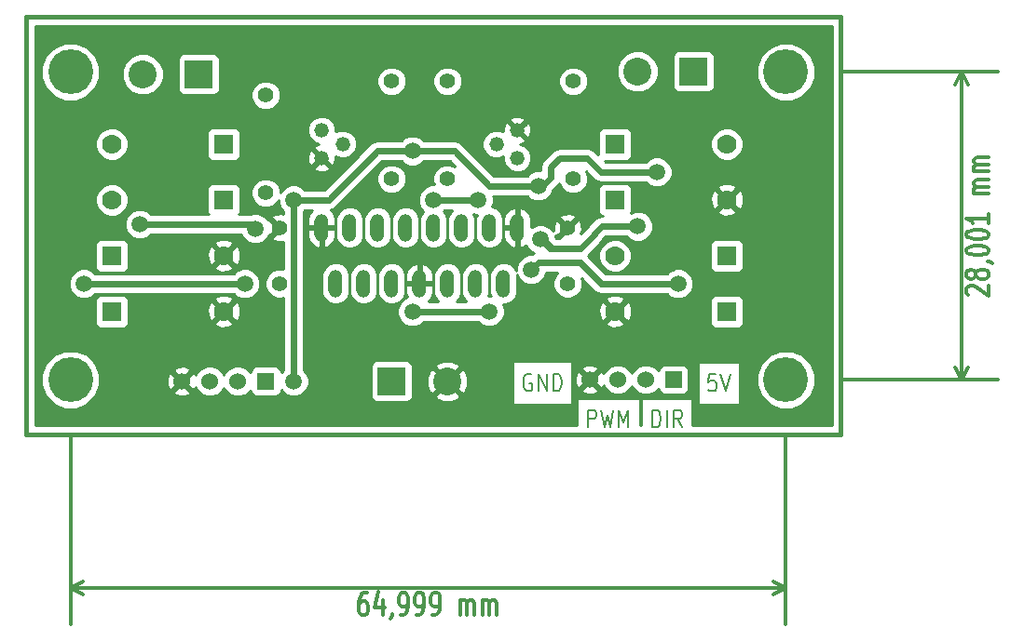
<source format=gtl>
G04 (created by PCBNEW-RS274X (2012-01-19 BZR 3256)-stable) date 13-Nov-12 3:44:42 PM*
G01*
G70*
G90*
%MOIN*%
G04 Gerber Fmt 3.4, Leading zero omitted, Abs format*
%FSLAX34Y34*%
G04 APERTURE LIST*
%ADD10C,0.006000*%
%ADD11C,0.007900*%
%ADD12C,0.008100*%
%ADD13C,0.015000*%
%ADD14C,0.012000*%
%ADD15C,0.055000*%
%ADD16R,0.060000X0.060000*%
%ADD17C,0.060000*%
%ADD18C,0.070000*%
%ADD19R,0.070000X0.070000*%
%ADD20C,0.052000*%
%ADD21O,0.050000X0.100000*%
%ADD22R,0.100000X0.100000*%
%ADD23C,0.100000*%
%ADD24C,0.160000*%
%ADD25C,0.059100*%
%ADD26C,0.035000*%
%ADD27C,0.023600*%
%ADD28C,0.010000*%
G04 APERTURE END LIST*
G54D10*
G54D11*
X47103Y-22225D02*
X46859Y-22225D01*
X46835Y-22525D01*
X46859Y-22495D01*
X46908Y-22465D01*
X47030Y-22465D01*
X47078Y-22495D01*
X47103Y-22525D01*
X47127Y-22585D01*
X47127Y-22735D01*
X47103Y-22795D01*
X47078Y-22825D01*
X47030Y-22855D01*
X46908Y-22855D01*
X46859Y-22825D01*
X46835Y-22795D01*
X47274Y-22225D02*
X47444Y-22855D01*
X47615Y-22225D01*
X42531Y-24155D02*
X42531Y-23525D01*
X42726Y-23525D01*
X42775Y-23555D01*
X42799Y-23585D01*
X42823Y-23645D01*
X42823Y-23735D01*
X42799Y-23795D01*
X42775Y-23825D01*
X42726Y-23855D01*
X42531Y-23855D01*
X42994Y-23525D02*
X43116Y-24155D01*
X43214Y-23705D01*
X43311Y-24155D01*
X43433Y-23525D01*
X43628Y-24155D02*
X43628Y-23525D01*
X43799Y-23975D01*
X43969Y-23525D01*
X43969Y-24155D01*
X44838Y-24155D02*
X44838Y-23525D01*
X44960Y-23525D01*
X45033Y-23555D01*
X45082Y-23615D01*
X45106Y-23675D01*
X45130Y-23795D01*
X45130Y-23885D01*
X45106Y-24005D01*
X45082Y-24065D01*
X45033Y-24125D01*
X44960Y-24155D01*
X44838Y-24155D01*
X45350Y-24155D02*
X45350Y-23525D01*
X45886Y-24155D02*
X45716Y-23855D01*
X45594Y-24155D02*
X45594Y-23525D01*
X45789Y-23525D01*
X45838Y-23555D01*
X45862Y-23585D01*
X45886Y-23645D01*
X45886Y-23735D01*
X45862Y-23795D01*
X45838Y-23825D01*
X45789Y-23855D01*
X45594Y-23855D01*
G54D12*
X40510Y-22255D02*
X40461Y-22225D01*
X40388Y-22225D01*
X40315Y-22255D01*
X40266Y-22315D01*
X40242Y-22375D01*
X40218Y-22495D01*
X40218Y-22585D01*
X40242Y-22705D01*
X40266Y-22765D01*
X40315Y-22825D01*
X40388Y-22855D01*
X40437Y-22855D01*
X40510Y-22825D01*
X40534Y-22795D01*
X40534Y-22585D01*
X40437Y-22585D01*
X40754Y-22855D02*
X40754Y-22225D01*
X41046Y-22855D01*
X41046Y-22225D01*
X41290Y-22855D02*
X41290Y-22225D01*
X41412Y-22225D01*
X41485Y-22255D01*
X41534Y-22315D01*
X41558Y-22375D01*
X41582Y-22495D01*
X41582Y-22585D01*
X41558Y-22705D01*
X41534Y-22765D01*
X41485Y-22825D01*
X41412Y-22855D01*
X41290Y-22855D01*
G54D13*
X22441Y-24409D02*
X51575Y-24409D01*
X22441Y-09449D02*
X22441Y-24409D01*
X51575Y-09449D02*
X22441Y-09449D01*
X51575Y-24409D02*
X51575Y-09449D01*
G54D14*
X56142Y-19413D02*
X56104Y-19384D01*
X56066Y-19327D01*
X56066Y-19184D01*
X56104Y-19127D01*
X56142Y-19098D01*
X56218Y-19070D01*
X56294Y-19071D01*
X56409Y-19099D01*
X56866Y-19443D01*
X56866Y-19072D01*
X56410Y-18728D02*
X56372Y-18786D01*
X56333Y-18814D01*
X56257Y-18842D01*
X56219Y-18842D01*
X56143Y-18813D01*
X56105Y-18785D01*
X56067Y-18727D01*
X56067Y-18613D01*
X56105Y-18556D01*
X56143Y-18527D01*
X56219Y-18499D01*
X56257Y-18499D01*
X56333Y-18528D01*
X56372Y-18557D01*
X56410Y-18614D01*
X56410Y-18728D01*
X56448Y-18786D01*
X56486Y-18814D01*
X56562Y-18843D01*
X56714Y-18843D01*
X56791Y-18814D01*
X56829Y-18786D01*
X56867Y-18729D01*
X56867Y-18615D01*
X56829Y-18557D01*
X56791Y-18528D01*
X56714Y-18500D01*
X56562Y-18500D01*
X56486Y-18528D01*
X56448Y-18557D01*
X56410Y-18614D01*
X56830Y-18215D02*
X56868Y-18216D01*
X56944Y-18244D01*
X56982Y-18273D01*
X56068Y-17842D02*
X56069Y-17785D01*
X56107Y-17728D01*
X56145Y-17699D01*
X56221Y-17670D01*
X56374Y-17643D01*
X56564Y-17643D01*
X56716Y-17671D01*
X56793Y-17700D01*
X56831Y-17729D01*
X56869Y-17787D01*
X56868Y-17844D01*
X56830Y-17900D01*
X56792Y-17929D01*
X56715Y-17957D01*
X56563Y-17986D01*
X56373Y-17986D01*
X56220Y-17956D01*
X56144Y-17928D01*
X56106Y-17899D01*
X56068Y-17842D01*
X56069Y-17271D02*
X56070Y-17214D01*
X56108Y-17157D01*
X56146Y-17128D01*
X56222Y-17099D01*
X56375Y-17072D01*
X56565Y-17072D01*
X56717Y-17100D01*
X56794Y-17129D01*
X56832Y-17158D01*
X56870Y-17216D01*
X56869Y-17273D01*
X56831Y-17329D01*
X56793Y-17358D01*
X56716Y-17386D01*
X56564Y-17415D01*
X56374Y-17415D01*
X56221Y-17385D01*
X56145Y-17357D01*
X56107Y-17328D01*
X56069Y-17271D01*
X56871Y-16502D02*
X56870Y-16845D01*
X56870Y-16673D02*
X56070Y-16671D01*
X56184Y-16728D01*
X56260Y-16787D01*
X56298Y-16844D01*
X56872Y-15788D02*
X56338Y-15787D01*
X56415Y-15787D02*
X56377Y-15759D01*
X56338Y-15701D01*
X56338Y-15616D01*
X56377Y-15559D01*
X56453Y-15530D01*
X56872Y-15531D01*
X56453Y-15530D02*
X56377Y-15501D01*
X56339Y-15444D01*
X56339Y-15359D01*
X56378Y-15301D01*
X56454Y-15273D01*
X56873Y-15274D01*
X56873Y-14988D02*
X56339Y-14987D01*
X56416Y-14987D02*
X56378Y-14959D01*
X56340Y-14901D01*
X56340Y-14816D01*
X56379Y-14759D01*
X56455Y-14730D01*
X56874Y-14731D01*
X56455Y-14730D02*
X56379Y-14701D01*
X56340Y-14644D01*
X56340Y-14559D01*
X56379Y-14501D01*
X56455Y-14473D01*
X56874Y-14474D01*
X55906Y-22441D02*
X55906Y-11417D01*
X51575Y-22441D02*
X57186Y-22441D01*
X51575Y-11417D02*
X57186Y-11417D01*
X55906Y-11417D02*
X56136Y-11860D01*
X55906Y-11417D02*
X55676Y-11860D01*
X55906Y-22441D02*
X56136Y-21998D01*
X55906Y-22441D02*
X55676Y-21998D01*
X34612Y-30084D02*
X34498Y-30084D01*
X34441Y-30122D01*
X34412Y-30160D01*
X34355Y-30274D01*
X34326Y-30427D01*
X34326Y-30731D01*
X34355Y-30808D01*
X34383Y-30846D01*
X34441Y-30884D01*
X34555Y-30884D01*
X34612Y-30846D01*
X34641Y-30808D01*
X34669Y-30731D01*
X34669Y-30541D01*
X34641Y-30465D01*
X34612Y-30427D01*
X34555Y-30389D01*
X34441Y-30389D01*
X34383Y-30427D01*
X34355Y-30465D01*
X34326Y-30541D01*
X35183Y-30350D02*
X35183Y-30884D01*
X35040Y-30046D02*
X34897Y-30617D01*
X35269Y-30617D01*
X35525Y-30846D02*
X35525Y-30884D01*
X35497Y-30960D01*
X35468Y-30998D01*
X35811Y-30884D02*
X35926Y-30884D01*
X35983Y-30846D01*
X36011Y-30808D01*
X36069Y-30693D01*
X36097Y-30541D01*
X36097Y-30236D01*
X36069Y-30160D01*
X36040Y-30122D01*
X35983Y-30084D01*
X35869Y-30084D01*
X35811Y-30122D01*
X35783Y-30160D01*
X35754Y-30236D01*
X35754Y-30427D01*
X35783Y-30503D01*
X35811Y-30541D01*
X35869Y-30579D01*
X35983Y-30579D01*
X36040Y-30541D01*
X36069Y-30503D01*
X36097Y-30427D01*
X36382Y-30884D02*
X36497Y-30884D01*
X36554Y-30846D01*
X36582Y-30808D01*
X36640Y-30693D01*
X36668Y-30541D01*
X36668Y-30236D01*
X36640Y-30160D01*
X36611Y-30122D01*
X36554Y-30084D01*
X36440Y-30084D01*
X36382Y-30122D01*
X36354Y-30160D01*
X36325Y-30236D01*
X36325Y-30427D01*
X36354Y-30503D01*
X36382Y-30541D01*
X36440Y-30579D01*
X36554Y-30579D01*
X36611Y-30541D01*
X36640Y-30503D01*
X36668Y-30427D01*
X36953Y-30884D02*
X37068Y-30884D01*
X37125Y-30846D01*
X37153Y-30808D01*
X37211Y-30693D01*
X37239Y-30541D01*
X37239Y-30236D01*
X37211Y-30160D01*
X37182Y-30122D01*
X37125Y-30084D01*
X37011Y-30084D01*
X36953Y-30122D01*
X36925Y-30160D01*
X36896Y-30236D01*
X36896Y-30427D01*
X36925Y-30503D01*
X36953Y-30541D01*
X37011Y-30579D01*
X37125Y-30579D01*
X37182Y-30541D01*
X37211Y-30503D01*
X37239Y-30427D01*
X37953Y-30884D02*
X37953Y-30350D01*
X37953Y-30427D02*
X37981Y-30389D01*
X38039Y-30350D01*
X38124Y-30350D01*
X38181Y-30389D01*
X38210Y-30465D01*
X38210Y-30884D01*
X38210Y-30465D02*
X38239Y-30389D01*
X38296Y-30350D01*
X38381Y-30350D01*
X38439Y-30389D01*
X38467Y-30465D01*
X38467Y-30884D01*
X38753Y-30884D02*
X38753Y-30350D01*
X38753Y-30427D02*
X38781Y-30389D01*
X38839Y-30350D01*
X38924Y-30350D01*
X38981Y-30389D01*
X39010Y-30465D01*
X39010Y-30884D01*
X39010Y-30465D02*
X39039Y-30389D01*
X39096Y-30350D01*
X39181Y-30350D01*
X39239Y-30389D01*
X39267Y-30465D01*
X39267Y-30884D01*
X24016Y-29920D02*
X49606Y-29920D01*
X24016Y-24409D02*
X24016Y-31200D01*
X49606Y-24409D02*
X49606Y-31200D01*
X49606Y-29920D02*
X49163Y-30150D01*
X49606Y-29920D02*
X49163Y-29690D01*
X24016Y-29920D02*
X24459Y-30150D01*
X24016Y-29920D02*
X24459Y-29690D01*
G54D15*
X37500Y-15250D03*
X37500Y-11750D03*
G54D16*
X31000Y-22500D03*
G54D17*
X30000Y-22500D03*
X29000Y-22500D03*
X28000Y-22500D03*
G54D16*
X45594Y-22441D03*
G54D17*
X44594Y-22441D03*
X43594Y-22441D03*
X42594Y-22441D03*
G54D18*
X43500Y-20000D03*
G54D19*
X47500Y-20000D03*
G54D18*
X47500Y-14000D03*
G54D19*
X43500Y-14000D03*
G54D18*
X29500Y-20000D03*
G54D19*
X25500Y-20000D03*
G54D18*
X25500Y-16000D03*
G54D19*
X29500Y-16000D03*
G54D18*
X29500Y-18000D03*
G54D19*
X25500Y-18000D03*
G54D18*
X25500Y-14000D03*
G54D19*
X29500Y-14000D03*
G54D18*
X47500Y-16000D03*
G54D19*
X43500Y-16000D03*
G54D18*
X43500Y-18000D03*
G54D19*
X47500Y-18000D03*
G54D20*
X40000Y-13500D03*
X39250Y-14000D03*
X40000Y-14500D03*
X33000Y-14500D03*
X33750Y-14000D03*
X33000Y-13500D03*
G54D21*
X40000Y-17000D03*
X39500Y-19000D03*
X39000Y-17000D03*
X38500Y-19000D03*
X38000Y-17000D03*
X37500Y-19000D03*
X37000Y-17000D03*
X36500Y-19000D03*
X36000Y-17000D03*
X35500Y-19000D03*
X35000Y-17000D03*
X34500Y-19000D03*
X34000Y-17000D03*
X33500Y-19000D03*
X33000Y-17000D03*
G54D15*
X31500Y-19000D03*
X31500Y-17000D03*
X41800Y-17000D03*
X41800Y-19000D03*
X35500Y-15250D03*
X35500Y-11750D03*
X42000Y-15250D03*
X42000Y-11750D03*
X31000Y-15750D03*
X31000Y-12250D03*
G54D22*
X35500Y-22500D03*
G54D23*
X37500Y-22500D03*
G54D22*
X46300Y-11400D03*
G54D23*
X44300Y-11400D03*
G54D22*
X28600Y-11500D03*
G54D23*
X26600Y-11500D03*
G54D24*
X24016Y-22441D03*
X49606Y-22441D03*
X49606Y-11417D03*
X24016Y-11417D03*
G54D25*
X39000Y-20000D03*
X36250Y-20000D03*
X37000Y-16000D03*
X38600Y-16000D03*
X45000Y-15000D03*
X32000Y-22500D03*
X36250Y-14250D03*
X32000Y-16000D03*
G54D26*
X31000Y-22500D03*
G54D25*
X40750Y-15500D03*
X44310Y-16950D03*
X40830Y-17420D03*
X45750Y-19000D03*
X40500Y-18500D03*
X30620Y-17030D03*
X26500Y-16880D03*
X24500Y-19000D03*
X30250Y-19000D03*
G54D27*
X36250Y-20000D02*
X39000Y-20000D01*
X38600Y-16000D02*
X37000Y-16000D01*
X40910Y-15500D02*
X41190Y-15220D01*
X41190Y-15220D02*
X41190Y-14830D01*
X33250Y-16000D02*
X32000Y-16000D01*
X41475Y-14545D02*
X41520Y-14500D01*
X41190Y-14830D02*
X41475Y-14545D01*
X40280Y-15500D02*
X40910Y-15500D01*
X36250Y-14250D02*
X37750Y-14250D01*
X41520Y-14500D02*
X42500Y-14500D01*
X42500Y-14500D02*
X43000Y-15000D01*
X43000Y-15000D02*
X45000Y-15000D01*
X37750Y-14250D02*
X39000Y-15500D01*
X39000Y-15500D02*
X40280Y-15500D01*
X40280Y-15500D02*
X40750Y-15500D01*
X36250Y-14250D02*
X35000Y-14250D01*
X32000Y-22500D02*
X32000Y-16000D01*
X35000Y-14250D02*
X33250Y-16000D01*
X41250Y-17750D02*
X42250Y-17750D01*
X40830Y-17420D02*
X41160Y-17750D01*
X41180Y-17750D02*
X41250Y-17750D01*
X41180Y-17750D02*
X41160Y-17750D01*
X42750Y-17220D02*
X43020Y-16950D01*
X43020Y-16950D02*
X44310Y-16950D01*
X41000Y-17500D02*
X41250Y-17750D01*
X42750Y-17250D02*
X42750Y-17220D01*
X42250Y-17750D02*
X42750Y-17250D01*
X40750Y-18250D02*
X42250Y-18250D01*
X42250Y-18250D02*
X43000Y-19000D01*
X40500Y-18500D02*
X40750Y-18250D01*
X43000Y-19000D02*
X45750Y-19000D01*
X30470Y-16880D02*
X26500Y-16880D01*
X30620Y-17030D02*
X30470Y-16880D01*
X30250Y-19000D02*
X24500Y-19000D01*
G54D10*
G36*
X51250Y-24084D02*
X50656Y-24084D01*
X50656Y-22651D01*
X50656Y-22233D01*
X50656Y-11627D01*
X50656Y-11209D01*
X50496Y-10823D01*
X50201Y-10527D01*
X49816Y-10367D01*
X49398Y-10367D01*
X49012Y-10527D01*
X48716Y-10822D01*
X48556Y-11207D01*
X48556Y-11625D01*
X48716Y-12011D01*
X49011Y-12307D01*
X49396Y-12467D01*
X49814Y-12467D01*
X50200Y-12307D01*
X50496Y-12012D01*
X50656Y-11627D01*
X50656Y-22233D01*
X50496Y-21847D01*
X50201Y-21551D01*
X49816Y-21391D01*
X49398Y-21391D01*
X49012Y-21551D01*
X48716Y-21846D01*
X48556Y-22231D01*
X48556Y-22649D01*
X48716Y-23035D01*
X49011Y-23331D01*
X49396Y-23491D01*
X49814Y-23491D01*
X50200Y-23331D01*
X50496Y-23036D01*
X50656Y-22651D01*
X50656Y-24084D01*
X48099Y-24084D01*
X48099Y-20400D01*
X48099Y-20301D01*
X48099Y-19601D01*
X48099Y-18400D01*
X48099Y-18301D01*
X48099Y-17601D01*
X48099Y-14119D01*
X48099Y-13881D01*
X48008Y-13661D01*
X47839Y-13492D01*
X47619Y-13401D01*
X47381Y-13401D01*
X47161Y-13492D01*
X47049Y-13604D01*
X47049Y-11950D01*
X47049Y-11851D01*
X47049Y-10851D01*
X47011Y-10759D01*
X46941Y-10689D01*
X46850Y-10651D01*
X46751Y-10651D01*
X45751Y-10651D01*
X45659Y-10689D01*
X45589Y-10759D01*
X45551Y-10850D01*
X45551Y-10949D01*
X45551Y-11949D01*
X45589Y-12041D01*
X45659Y-12111D01*
X45750Y-12149D01*
X45849Y-12149D01*
X46849Y-12149D01*
X46941Y-12111D01*
X47011Y-12041D01*
X47049Y-11950D01*
X47049Y-13604D01*
X46992Y-13661D01*
X46901Y-13881D01*
X46901Y-14119D01*
X46992Y-14339D01*
X47161Y-14508D01*
X47381Y-14599D01*
X47619Y-14599D01*
X47839Y-14508D01*
X48008Y-14339D01*
X48099Y-14119D01*
X48099Y-17601D01*
X48093Y-17586D01*
X48093Y-16091D01*
X48082Y-15856D01*
X48013Y-15690D01*
X47914Y-15657D01*
X47843Y-15728D01*
X47843Y-15586D01*
X47810Y-15487D01*
X47591Y-15407D01*
X47356Y-15418D01*
X47190Y-15487D01*
X47157Y-15586D01*
X47500Y-15929D01*
X47843Y-15586D01*
X47843Y-15728D01*
X47571Y-16000D01*
X47914Y-16343D01*
X48013Y-16310D01*
X48093Y-16091D01*
X48093Y-17586D01*
X48061Y-17509D01*
X47991Y-17439D01*
X47900Y-17401D01*
X47843Y-17401D01*
X47843Y-16414D01*
X47500Y-16071D01*
X47429Y-16142D01*
X47429Y-16000D01*
X47086Y-15657D01*
X46987Y-15690D01*
X46907Y-15909D01*
X46918Y-16144D01*
X46987Y-16310D01*
X47086Y-16343D01*
X47429Y-16000D01*
X47429Y-16142D01*
X47157Y-16414D01*
X47190Y-16513D01*
X47409Y-16593D01*
X47644Y-16582D01*
X47810Y-16513D01*
X47843Y-16414D01*
X47843Y-17401D01*
X47801Y-17401D01*
X47101Y-17401D01*
X47009Y-17439D01*
X46939Y-17509D01*
X46901Y-17600D01*
X46901Y-17699D01*
X46901Y-18399D01*
X46939Y-18491D01*
X47009Y-18561D01*
X47100Y-18599D01*
X47199Y-18599D01*
X47899Y-18599D01*
X47991Y-18561D01*
X48061Y-18491D01*
X48099Y-18400D01*
X48099Y-19601D01*
X48061Y-19509D01*
X47991Y-19439D01*
X47900Y-19401D01*
X47801Y-19401D01*
X47101Y-19401D01*
X47009Y-19439D01*
X46939Y-19509D01*
X46901Y-19600D01*
X46901Y-19699D01*
X46901Y-20399D01*
X46939Y-20491D01*
X47009Y-20561D01*
X47100Y-20599D01*
X47199Y-20599D01*
X47899Y-20599D01*
X47991Y-20561D01*
X48061Y-20491D01*
X48099Y-20400D01*
X48099Y-24084D01*
X47953Y-24084D01*
X47953Y-23331D01*
X47953Y-21792D01*
X46448Y-21792D01*
X46448Y-23331D01*
X47953Y-23331D01*
X47953Y-24084D01*
X46294Y-24084D01*
X46294Y-19108D01*
X46294Y-18892D01*
X46211Y-18692D01*
X46058Y-18539D01*
X45858Y-18456D01*
X45642Y-18456D01*
X45544Y-18496D01*
X45544Y-15108D01*
X45544Y-14892D01*
X45461Y-14692D01*
X45308Y-14539D01*
X45108Y-14456D01*
X45049Y-14456D01*
X45049Y-11550D01*
X45049Y-11252D01*
X44935Y-10977D01*
X44725Y-10766D01*
X44450Y-10651D01*
X44152Y-10651D01*
X43877Y-10765D01*
X43666Y-10975D01*
X43551Y-11250D01*
X43551Y-11548D01*
X43665Y-11823D01*
X43875Y-12034D01*
X44150Y-12149D01*
X44448Y-12149D01*
X44723Y-12035D01*
X44934Y-11825D01*
X45049Y-11550D01*
X45049Y-14456D01*
X44892Y-14456D01*
X44692Y-14539D01*
X44599Y-14632D01*
X43152Y-14632D01*
X43119Y-14599D01*
X43199Y-14599D01*
X43899Y-14599D01*
X43991Y-14561D01*
X44061Y-14491D01*
X44099Y-14400D01*
X44099Y-14301D01*
X44099Y-13601D01*
X44061Y-13509D01*
X43991Y-13439D01*
X43900Y-13401D01*
X43801Y-13401D01*
X43101Y-13401D01*
X43009Y-13439D01*
X42939Y-13509D01*
X42901Y-13600D01*
X42901Y-13699D01*
X42901Y-14381D01*
X42760Y-14240D01*
X42641Y-14160D01*
X42525Y-14136D01*
X42525Y-11855D01*
X42525Y-11646D01*
X42445Y-11453D01*
X42298Y-11305D01*
X42105Y-11225D01*
X41896Y-11225D01*
X41703Y-11305D01*
X41555Y-11452D01*
X41475Y-11645D01*
X41475Y-11854D01*
X41555Y-12047D01*
X41702Y-12195D01*
X41895Y-12275D01*
X42104Y-12275D01*
X42297Y-12195D01*
X42445Y-12048D01*
X42525Y-11855D01*
X42525Y-14136D01*
X42500Y-14132D01*
X41520Y-14132D01*
X41379Y-14160D01*
X41259Y-14240D01*
X41215Y-14285D01*
X40930Y-14570D01*
X40850Y-14689D01*
X40822Y-14830D01*
X40822Y-14956D01*
X40642Y-14956D01*
X40509Y-15011D01*
X40509Y-14601D01*
X40509Y-14399D01*
X40505Y-14389D01*
X40505Y-13569D01*
X40493Y-13371D01*
X40440Y-13243D01*
X40350Y-13221D01*
X40279Y-13292D01*
X40279Y-13150D01*
X40257Y-13060D01*
X40069Y-12995D01*
X39871Y-13007D01*
X39743Y-13060D01*
X39721Y-13150D01*
X40000Y-13429D01*
X40279Y-13150D01*
X40279Y-13292D01*
X40071Y-13500D01*
X40350Y-13779D01*
X40440Y-13757D01*
X40505Y-13569D01*
X40505Y-14389D01*
X40432Y-14212D01*
X40288Y-14069D01*
X40108Y-13994D01*
X40129Y-13993D01*
X40257Y-13940D01*
X40279Y-13850D01*
X40035Y-13606D01*
X40000Y-13571D01*
X39929Y-13500D01*
X39894Y-13465D01*
X39650Y-13221D01*
X39560Y-13243D01*
X39495Y-13431D01*
X39502Y-13554D01*
X39351Y-13491D01*
X39149Y-13491D01*
X38962Y-13568D01*
X38819Y-13712D01*
X38741Y-13899D01*
X38741Y-14101D01*
X38818Y-14288D01*
X38962Y-14431D01*
X39149Y-14509D01*
X39351Y-14509D01*
X39491Y-14451D01*
X39491Y-14601D01*
X39568Y-14788D01*
X39712Y-14931D01*
X39899Y-15009D01*
X40101Y-15009D01*
X40288Y-14932D01*
X40431Y-14788D01*
X40509Y-14601D01*
X40509Y-15011D01*
X40442Y-15039D01*
X40349Y-15132D01*
X40280Y-15132D01*
X39152Y-15132D01*
X38025Y-14005D01*
X38025Y-11855D01*
X38025Y-11646D01*
X37945Y-11453D01*
X37798Y-11305D01*
X37605Y-11225D01*
X37396Y-11225D01*
X37203Y-11305D01*
X37055Y-11452D01*
X36975Y-11645D01*
X36975Y-11854D01*
X37055Y-12047D01*
X37202Y-12195D01*
X37395Y-12275D01*
X37604Y-12275D01*
X37797Y-12195D01*
X37945Y-12048D01*
X38025Y-11855D01*
X38025Y-14005D01*
X38010Y-13990D01*
X37891Y-13910D01*
X37750Y-13882D01*
X36651Y-13882D01*
X36558Y-13789D01*
X36358Y-13706D01*
X36142Y-13706D01*
X36025Y-13754D01*
X36025Y-11855D01*
X36025Y-11646D01*
X35945Y-11453D01*
X35798Y-11305D01*
X35605Y-11225D01*
X35396Y-11225D01*
X35203Y-11305D01*
X35055Y-11452D01*
X34975Y-11645D01*
X34975Y-11854D01*
X35055Y-12047D01*
X35202Y-12195D01*
X35395Y-12275D01*
X35604Y-12275D01*
X35797Y-12195D01*
X35945Y-12048D01*
X36025Y-11855D01*
X36025Y-13754D01*
X35942Y-13789D01*
X35849Y-13882D01*
X35000Y-13882D01*
X34859Y-13910D01*
X34739Y-13990D01*
X34259Y-14470D01*
X34259Y-14101D01*
X34259Y-13899D01*
X34182Y-13712D01*
X34038Y-13569D01*
X33851Y-13491D01*
X33649Y-13491D01*
X33509Y-13548D01*
X33509Y-13399D01*
X33432Y-13212D01*
X33288Y-13069D01*
X33101Y-12991D01*
X32899Y-12991D01*
X32712Y-13068D01*
X32569Y-13212D01*
X32491Y-13399D01*
X32491Y-13601D01*
X32568Y-13788D01*
X32712Y-13931D01*
X32891Y-14005D01*
X32871Y-14007D01*
X32743Y-14060D01*
X32721Y-14150D01*
X32965Y-14394D01*
X33000Y-14429D01*
X33071Y-14500D01*
X33106Y-14535D01*
X33350Y-14779D01*
X33440Y-14757D01*
X33505Y-14569D01*
X33497Y-14445D01*
X33649Y-14509D01*
X33851Y-14509D01*
X34038Y-14432D01*
X34181Y-14288D01*
X34259Y-14101D01*
X34259Y-14470D01*
X33279Y-15450D01*
X33279Y-14850D01*
X33000Y-14571D01*
X32929Y-14642D01*
X32929Y-14500D01*
X32650Y-14221D01*
X32560Y-14243D01*
X32495Y-14431D01*
X32507Y-14629D01*
X32560Y-14757D01*
X32650Y-14779D01*
X32929Y-14500D01*
X32929Y-14642D01*
X32721Y-14850D01*
X32743Y-14940D01*
X32931Y-15005D01*
X33129Y-14993D01*
X33257Y-14940D01*
X33279Y-14850D01*
X33279Y-15450D01*
X33097Y-15632D01*
X32401Y-15632D01*
X32308Y-15539D01*
X32108Y-15456D01*
X31892Y-15456D01*
X31692Y-15539D01*
X31539Y-15692D01*
X31525Y-15725D01*
X31525Y-15646D01*
X31525Y-12355D01*
X31525Y-12146D01*
X31445Y-11953D01*
X31298Y-11805D01*
X31105Y-11725D01*
X30896Y-11725D01*
X30703Y-11805D01*
X30555Y-11952D01*
X30475Y-12145D01*
X30475Y-12354D01*
X30555Y-12547D01*
X30702Y-12695D01*
X30895Y-12775D01*
X31104Y-12775D01*
X31297Y-12695D01*
X31445Y-12548D01*
X31525Y-12355D01*
X31525Y-15646D01*
X31445Y-15453D01*
X31298Y-15305D01*
X31105Y-15225D01*
X30896Y-15225D01*
X30703Y-15305D01*
X30555Y-15452D01*
X30475Y-15645D01*
X30475Y-15854D01*
X30555Y-16047D01*
X30702Y-16195D01*
X30895Y-16275D01*
X31104Y-16275D01*
X31297Y-16195D01*
X31445Y-16048D01*
X31456Y-16021D01*
X31456Y-16108D01*
X31539Y-16308D01*
X31632Y-16401D01*
X31632Y-16501D01*
X31574Y-16481D01*
X31370Y-16492D01*
X31233Y-16548D01*
X31210Y-16639D01*
X31465Y-16894D01*
X31500Y-16929D01*
X31571Y-17000D01*
X31500Y-17071D01*
X31465Y-17106D01*
X31429Y-17142D01*
X31429Y-17000D01*
X31139Y-16710D01*
X31081Y-16724D01*
X31081Y-16722D01*
X30928Y-16569D01*
X30728Y-16486D01*
X30512Y-16486D01*
X30449Y-16512D01*
X30040Y-16512D01*
X30061Y-16491D01*
X30099Y-16400D01*
X30099Y-16301D01*
X30099Y-15601D01*
X30099Y-14400D01*
X30099Y-14301D01*
X30099Y-13601D01*
X30061Y-13509D01*
X29991Y-13439D01*
X29900Y-13401D01*
X29801Y-13401D01*
X29349Y-13401D01*
X29349Y-12050D01*
X29349Y-11951D01*
X29349Y-10951D01*
X29311Y-10859D01*
X29241Y-10789D01*
X29150Y-10751D01*
X29051Y-10751D01*
X28051Y-10751D01*
X27959Y-10789D01*
X27889Y-10859D01*
X27851Y-10950D01*
X27851Y-11049D01*
X27851Y-12049D01*
X27889Y-12141D01*
X27959Y-12211D01*
X28050Y-12249D01*
X28149Y-12249D01*
X29149Y-12249D01*
X29241Y-12211D01*
X29311Y-12141D01*
X29349Y-12050D01*
X29349Y-13401D01*
X29101Y-13401D01*
X29009Y-13439D01*
X28939Y-13509D01*
X28901Y-13600D01*
X28901Y-13699D01*
X28901Y-14399D01*
X28939Y-14491D01*
X29009Y-14561D01*
X29100Y-14599D01*
X29199Y-14599D01*
X29899Y-14599D01*
X29991Y-14561D01*
X30061Y-14491D01*
X30099Y-14400D01*
X30099Y-15601D01*
X30061Y-15509D01*
X29991Y-15439D01*
X29900Y-15401D01*
X29801Y-15401D01*
X29101Y-15401D01*
X29009Y-15439D01*
X28939Y-15509D01*
X28901Y-15600D01*
X28901Y-15699D01*
X28901Y-16399D01*
X28939Y-16491D01*
X28960Y-16512D01*
X27349Y-16512D01*
X27349Y-11650D01*
X27349Y-11352D01*
X27235Y-11077D01*
X27025Y-10866D01*
X26750Y-10751D01*
X26452Y-10751D01*
X26177Y-10865D01*
X25966Y-11075D01*
X25851Y-11350D01*
X25851Y-11648D01*
X25965Y-11923D01*
X26175Y-12134D01*
X26450Y-12249D01*
X26748Y-12249D01*
X27023Y-12135D01*
X27234Y-11925D01*
X27349Y-11650D01*
X27349Y-16512D01*
X26901Y-16512D01*
X26808Y-16419D01*
X26608Y-16336D01*
X26392Y-16336D01*
X26192Y-16419D01*
X26099Y-16512D01*
X26099Y-16119D01*
X26099Y-15881D01*
X26099Y-14119D01*
X26099Y-13881D01*
X26008Y-13661D01*
X25839Y-13492D01*
X25619Y-13401D01*
X25381Y-13401D01*
X25161Y-13492D01*
X25066Y-13587D01*
X25066Y-11627D01*
X25066Y-11209D01*
X24906Y-10823D01*
X24611Y-10527D01*
X24226Y-10367D01*
X23808Y-10367D01*
X23422Y-10527D01*
X23126Y-10822D01*
X22966Y-11207D01*
X22966Y-11625D01*
X23126Y-12011D01*
X23421Y-12307D01*
X23806Y-12467D01*
X24224Y-12467D01*
X24610Y-12307D01*
X24906Y-12012D01*
X25066Y-11627D01*
X25066Y-13587D01*
X24992Y-13661D01*
X24901Y-13881D01*
X24901Y-14119D01*
X24992Y-14339D01*
X25161Y-14508D01*
X25381Y-14599D01*
X25619Y-14599D01*
X25839Y-14508D01*
X26008Y-14339D01*
X26099Y-14119D01*
X26099Y-15881D01*
X26008Y-15661D01*
X25839Y-15492D01*
X25619Y-15401D01*
X25381Y-15401D01*
X25161Y-15492D01*
X24992Y-15661D01*
X24901Y-15881D01*
X24901Y-16119D01*
X24992Y-16339D01*
X25161Y-16508D01*
X25381Y-16599D01*
X25619Y-16599D01*
X25839Y-16508D01*
X26008Y-16339D01*
X26099Y-16119D01*
X26099Y-16512D01*
X26039Y-16572D01*
X25956Y-16772D01*
X25956Y-16988D01*
X26039Y-17188D01*
X26192Y-17341D01*
X26392Y-17424D01*
X26608Y-17424D01*
X26808Y-17341D01*
X26901Y-17248D01*
X30121Y-17248D01*
X30159Y-17338D01*
X30312Y-17491D01*
X30512Y-17574D01*
X30728Y-17574D01*
X30928Y-17491D01*
X31081Y-17338D01*
X31104Y-17281D01*
X31139Y-17290D01*
X31429Y-17000D01*
X31429Y-17142D01*
X31210Y-17361D01*
X31233Y-17452D01*
X31426Y-17519D01*
X31630Y-17508D01*
X31632Y-17507D01*
X31632Y-18486D01*
X31605Y-18475D01*
X31396Y-18475D01*
X31203Y-18555D01*
X31055Y-18702D01*
X30975Y-18895D01*
X30975Y-19104D01*
X31055Y-19297D01*
X31202Y-19445D01*
X31395Y-19525D01*
X31604Y-19525D01*
X31632Y-19513D01*
X31632Y-22099D01*
X31549Y-22182D01*
X31549Y-22151D01*
X31511Y-22059D01*
X31441Y-21989D01*
X31350Y-21951D01*
X31251Y-21951D01*
X30794Y-21951D01*
X30794Y-19108D01*
X30794Y-18892D01*
X30711Y-18692D01*
X30558Y-18539D01*
X30358Y-18456D01*
X30142Y-18456D01*
X30093Y-18476D01*
X30093Y-18091D01*
X30082Y-17856D01*
X30013Y-17690D01*
X29914Y-17657D01*
X29843Y-17728D01*
X29843Y-17586D01*
X29810Y-17487D01*
X29591Y-17407D01*
X29356Y-17418D01*
X29190Y-17487D01*
X29157Y-17586D01*
X29500Y-17929D01*
X29843Y-17586D01*
X29843Y-17728D01*
X29571Y-18000D01*
X29914Y-18343D01*
X30013Y-18310D01*
X30093Y-18091D01*
X30093Y-18476D01*
X29942Y-18539D01*
X29849Y-18632D01*
X29843Y-18632D01*
X29843Y-18414D01*
X29500Y-18071D01*
X29429Y-18142D01*
X29429Y-18000D01*
X29086Y-17657D01*
X28987Y-17690D01*
X28907Y-17909D01*
X28918Y-18144D01*
X28987Y-18310D01*
X29086Y-18343D01*
X29429Y-18000D01*
X29429Y-18142D01*
X29157Y-18414D01*
X29190Y-18513D01*
X29409Y-18593D01*
X29644Y-18582D01*
X29810Y-18513D01*
X29843Y-18414D01*
X29843Y-18632D01*
X26099Y-18632D01*
X26099Y-18400D01*
X26099Y-18301D01*
X26099Y-17601D01*
X26061Y-17509D01*
X25991Y-17439D01*
X25900Y-17401D01*
X25801Y-17401D01*
X25101Y-17401D01*
X25009Y-17439D01*
X24939Y-17509D01*
X24901Y-17600D01*
X24901Y-17699D01*
X24901Y-18399D01*
X24939Y-18491D01*
X25009Y-18561D01*
X25100Y-18599D01*
X25199Y-18599D01*
X25899Y-18599D01*
X25991Y-18561D01*
X26061Y-18491D01*
X26099Y-18400D01*
X26099Y-18632D01*
X24901Y-18632D01*
X24808Y-18539D01*
X24608Y-18456D01*
X24392Y-18456D01*
X24192Y-18539D01*
X24039Y-18692D01*
X23956Y-18892D01*
X23956Y-19108D01*
X24039Y-19308D01*
X24192Y-19461D01*
X24392Y-19544D01*
X24608Y-19544D01*
X24808Y-19461D01*
X24901Y-19368D01*
X29849Y-19368D01*
X29942Y-19461D01*
X30142Y-19544D01*
X30358Y-19544D01*
X30558Y-19461D01*
X30711Y-19308D01*
X30794Y-19108D01*
X30794Y-21951D01*
X30651Y-21951D01*
X30559Y-21989D01*
X30489Y-22059D01*
X30451Y-22150D01*
X30451Y-22175D01*
X30311Y-22035D01*
X30109Y-21951D01*
X30093Y-21951D01*
X30093Y-20091D01*
X30082Y-19856D01*
X30013Y-19690D01*
X29914Y-19657D01*
X29843Y-19728D01*
X29843Y-19586D01*
X29810Y-19487D01*
X29591Y-19407D01*
X29356Y-19418D01*
X29190Y-19487D01*
X29157Y-19586D01*
X29500Y-19929D01*
X29843Y-19586D01*
X29843Y-19728D01*
X29571Y-20000D01*
X29914Y-20343D01*
X30013Y-20310D01*
X30093Y-20091D01*
X30093Y-21951D01*
X29891Y-21951D01*
X29843Y-21970D01*
X29843Y-20414D01*
X29500Y-20071D01*
X29429Y-20142D01*
X29429Y-20000D01*
X29086Y-19657D01*
X28987Y-19690D01*
X28907Y-19909D01*
X28918Y-20144D01*
X28987Y-20310D01*
X29086Y-20343D01*
X29429Y-20000D01*
X29429Y-20142D01*
X29157Y-20414D01*
X29190Y-20513D01*
X29409Y-20593D01*
X29644Y-20582D01*
X29810Y-20513D01*
X29843Y-20414D01*
X29843Y-21970D01*
X29689Y-22035D01*
X29535Y-22189D01*
X29500Y-22273D01*
X29465Y-22189D01*
X29311Y-22035D01*
X29109Y-21951D01*
X28891Y-21951D01*
X28689Y-22035D01*
X28535Y-22189D01*
X28497Y-22280D01*
X28472Y-22219D01*
X28378Y-22192D01*
X28308Y-22262D01*
X28308Y-22122D01*
X28281Y-22028D01*
X28079Y-21957D01*
X27866Y-21968D01*
X27719Y-22028D01*
X27692Y-22122D01*
X28000Y-22429D01*
X28308Y-22122D01*
X28308Y-22262D01*
X28071Y-22500D01*
X28378Y-22808D01*
X28472Y-22781D01*
X28495Y-22715D01*
X28535Y-22811D01*
X28689Y-22965D01*
X28891Y-23049D01*
X29109Y-23049D01*
X29311Y-22965D01*
X29465Y-22811D01*
X29500Y-22726D01*
X29535Y-22811D01*
X29689Y-22965D01*
X29891Y-23049D01*
X30109Y-23049D01*
X30311Y-22965D01*
X30451Y-22825D01*
X30451Y-22849D01*
X30489Y-22941D01*
X30559Y-23011D01*
X30650Y-23049D01*
X30749Y-23049D01*
X31349Y-23049D01*
X31441Y-23011D01*
X31511Y-22941D01*
X31549Y-22850D01*
X31549Y-22818D01*
X31692Y-22961D01*
X31892Y-23044D01*
X32108Y-23044D01*
X32308Y-22961D01*
X32461Y-22808D01*
X32544Y-22608D01*
X32544Y-22392D01*
X32461Y-22192D01*
X32368Y-22099D01*
X32368Y-16401D01*
X32401Y-16368D01*
X32677Y-16368D01*
X32567Y-16489D01*
X32500Y-16675D01*
X32500Y-16950D01*
X32900Y-16950D01*
X32950Y-16950D01*
X33050Y-16950D01*
X33100Y-16950D01*
X33500Y-16950D01*
X33500Y-16675D01*
X33433Y-16489D01*
X33311Y-16355D01*
X33391Y-16340D01*
X33510Y-16260D01*
X35152Y-14618D01*
X35849Y-14618D01*
X35942Y-14711D01*
X36142Y-14794D01*
X36358Y-14794D01*
X36558Y-14711D01*
X36651Y-14618D01*
X37597Y-14618D01*
X37775Y-14795D01*
X37605Y-14725D01*
X37396Y-14725D01*
X37203Y-14805D01*
X37055Y-14952D01*
X36975Y-15145D01*
X36975Y-15354D01*
X37017Y-15456D01*
X36892Y-15456D01*
X36692Y-15539D01*
X36539Y-15692D01*
X36456Y-15892D01*
X36456Y-16108D01*
X36539Y-16308D01*
X36637Y-16406D01*
X36585Y-16458D01*
X36510Y-16638D01*
X36510Y-16833D01*
X36510Y-17361D01*
X36584Y-17541D01*
X36722Y-17679D01*
X36902Y-17754D01*
X37097Y-17754D01*
X37277Y-17680D01*
X37415Y-17542D01*
X37490Y-17362D01*
X37490Y-17167D01*
X37490Y-16639D01*
X37416Y-16459D01*
X37363Y-16406D01*
X37401Y-16368D01*
X37675Y-16368D01*
X37585Y-16458D01*
X37510Y-16638D01*
X37510Y-16833D01*
X37510Y-17361D01*
X37584Y-17541D01*
X37722Y-17679D01*
X37902Y-17754D01*
X38097Y-17754D01*
X38277Y-17680D01*
X38415Y-17542D01*
X38490Y-17362D01*
X38490Y-17167D01*
X38490Y-16639D01*
X38442Y-16523D01*
X38492Y-16544D01*
X38549Y-16544D01*
X38510Y-16638D01*
X38510Y-16833D01*
X38510Y-17361D01*
X38584Y-17541D01*
X38722Y-17679D01*
X38902Y-17754D01*
X39097Y-17754D01*
X39277Y-17680D01*
X39415Y-17542D01*
X39490Y-17362D01*
X39490Y-17167D01*
X39490Y-16639D01*
X39416Y-16459D01*
X39278Y-16321D01*
X39098Y-16246D01*
X39086Y-16246D01*
X39144Y-16108D01*
X39144Y-15892D01*
X39134Y-15868D01*
X40280Y-15868D01*
X40349Y-15868D01*
X40442Y-15961D01*
X40642Y-16044D01*
X40858Y-16044D01*
X41058Y-15961D01*
X41211Y-15808D01*
X41273Y-15656D01*
X41450Y-15481D01*
X41450Y-15480D01*
X41481Y-15432D01*
X41497Y-15408D01*
X41555Y-15547D01*
X41702Y-15695D01*
X41895Y-15775D01*
X42104Y-15775D01*
X42297Y-15695D01*
X42445Y-15548D01*
X42525Y-15355D01*
X42525Y-15146D01*
X42453Y-14973D01*
X42740Y-15260D01*
X42859Y-15340D01*
X43000Y-15368D01*
X44599Y-15368D01*
X44692Y-15461D01*
X44892Y-15544D01*
X45108Y-15544D01*
X45308Y-15461D01*
X45461Y-15308D01*
X45544Y-15108D01*
X45544Y-18496D01*
X45442Y-18539D01*
X45349Y-18632D01*
X44099Y-18632D01*
X44099Y-18119D01*
X44099Y-17881D01*
X44008Y-17661D01*
X43839Y-17492D01*
X43619Y-17401D01*
X43381Y-17401D01*
X43161Y-17492D01*
X42992Y-17661D01*
X42901Y-17881D01*
X42901Y-18119D01*
X42992Y-18339D01*
X43161Y-18508D01*
X43381Y-18599D01*
X43619Y-18599D01*
X43839Y-18508D01*
X44008Y-18339D01*
X44099Y-18119D01*
X44099Y-18632D01*
X43152Y-18632D01*
X42520Y-17999D01*
X43010Y-17510D01*
X43071Y-17419D01*
X43172Y-17318D01*
X43909Y-17318D01*
X44002Y-17411D01*
X44202Y-17494D01*
X44418Y-17494D01*
X44618Y-17411D01*
X44771Y-17258D01*
X44854Y-17058D01*
X44854Y-16842D01*
X44771Y-16642D01*
X44618Y-16489D01*
X44418Y-16406D01*
X44202Y-16406D01*
X44074Y-16458D01*
X44099Y-16400D01*
X44099Y-16301D01*
X44099Y-15601D01*
X44061Y-15509D01*
X43991Y-15439D01*
X43900Y-15401D01*
X43801Y-15401D01*
X43101Y-15401D01*
X43009Y-15439D01*
X42939Y-15509D01*
X42901Y-15600D01*
X42901Y-15699D01*
X42901Y-16399D01*
X42939Y-16491D01*
X43009Y-16561D01*
X43059Y-16582D01*
X43020Y-16582D01*
X42879Y-16610D01*
X42759Y-16690D01*
X42490Y-16960D01*
X42428Y-17051D01*
X42272Y-17207D01*
X42319Y-17074D01*
X42308Y-16870D01*
X42252Y-16733D01*
X42161Y-16710D01*
X42090Y-16781D01*
X42090Y-16639D01*
X42067Y-16548D01*
X41874Y-16481D01*
X41670Y-16492D01*
X41533Y-16548D01*
X41510Y-16639D01*
X41800Y-16929D01*
X42090Y-16639D01*
X42090Y-16781D01*
X41906Y-16965D01*
X41871Y-17000D01*
X41800Y-17071D01*
X41765Y-17106D01*
X41510Y-17361D01*
X41515Y-17382D01*
X41402Y-17382D01*
X41374Y-17353D01*
X41374Y-17312D01*
X41356Y-17269D01*
X41439Y-17290D01*
X41729Y-17000D01*
X41439Y-16710D01*
X41348Y-16733D01*
X41281Y-16926D01*
X41291Y-17112D01*
X41138Y-16959D01*
X40938Y-16876D01*
X40722Y-16876D01*
X40522Y-16959D01*
X40500Y-16981D01*
X40500Y-16950D01*
X40500Y-16900D01*
X40500Y-16675D01*
X40433Y-16489D01*
X40300Y-16343D01*
X40127Y-16267D01*
X40050Y-16315D01*
X40050Y-16900D01*
X40050Y-16950D01*
X40050Y-17050D01*
X40050Y-17100D01*
X40050Y-17685D01*
X40127Y-17733D01*
X40300Y-17657D01*
X40327Y-17627D01*
X40369Y-17728D01*
X40522Y-17881D01*
X40602Y-17914D01*
X40540Y-17956D01*
X40392Y-17956D01*
X40192Y-18039D01*
X40039Y-18192D01*
X39956Y-18392D01*
X39956Y-18556D01*
X39950Y-18541D01*
X39950Y-17685D01*
X39950Y-17050D01*
X39950Y-16950D01*
X39950Y-16315D01*
X39873Y-16267D01*
X39700Y-16343D01*
X39567Y-16489D01*
X39500Y-16675D01*
X39500Y-16950D01*
X39950Y-16950D01*
X39950Y-17050D01*
X39500Y-17050D01*
X39500Y-17325D01*
X39567Y-17511D01*
X39700Y-17657D01*
X39873Y-17733D01*
X39950Y-17685D01*
X39950Y-18541D01*
X39916Y-18459D01*
X39778Y-18321D01*
X39598Y-18246D01*
X39403Y-18246D01*
X39223Y-18320D01*
X39085Y-18458D01*
X39010Y-18638D01*
X39010Y-18833D01*
X39010Y-19361D01*
X39049Y-19456D01*
X38950Y-19456D01*
X38990Y-19362D01*
X38990Y-19167D01*
X38990Y-18639D01*
X38916Y-18459D01*
X38778Y-18321D01*
X38598Y-18246D01*
X38403Y-18246D01*
X38223Y-18320D01*
X38085Y-18458D01*
X38010Y-18638D01*
X38010Y-18833D01*
X38010Y-19361D01*
X38084Y-19541D01*
X38175Y-19632D01*
X37825Y-19632D01*
X37915Y-19542D01*
X37990Y-19362D01*
X37990Y-19167D01*
X37990Y-18639D01*
X37916Y-18459D01*
X37778Y-18321D01*
X37598Y-18246D01*
X37403Y-18246D01*
X37223Y-18320D01*
X37085Y-18458D01*
X37010Y-18638D01*
X37010Y-18833D01*
X37010Y-19361D01*
X37084Y-19541D01*
X37175Y-19632D01*
X36822Y-19632D01*
X36933Y-19511D01*
X37000Y-19325D01*
X37000Y-19050D01*
X37000Y-18950D01*
X37000Y-18675D01*
X36933Y-18489D01*
X36800Y-18343D01*
X36627Y-18267D01*
X36550Y-18315D01*
X36550Y-18950D01*
X37000Y-18950D01*
X37000Y-19050D01*
X36600Y-19050D01*
X36550Y-19050D01*
X36490Y-19050D01*
X36490Y-17362D01*
X36490Y-17167D01*
X36490Y-16639D01*
X36416Y-16459D01*
X36278Y-16321D01*
X36098Y-16246D01*
X36025Y-16246D01*
X36025Y-15355D01*
X36025Y-15146D01*
X35945Y-14953D01*
X35798Y-14805D01*
X35605Y-14725D01*
X35396Y-14725D01*
X35203Y-14805D01*
X35055Y-14952D01*
X34975Y-15145D01*
X34975Y-15354D01*
X35055Y-15547D01*
X35202Y-15695D01*
X35395Y-15775D01*
X35604Y-15775D01*
X35797Y-15695D01*
X35945Y-15548D01*
X36025Y-15355D01*
X36025Y-16246D01*
X35903Y-16246D01*
X35723Y-16320D01*
X35585Y-16458D01*
X35510Y-16638D01*
X35510Y-16833D01*
X35510Y-17361D01*
X35584Y-17541D01*
X35722Y-17679D01*
X35902Y-17754D01*
X36097Y-17754D01*
X36277Y-17680D01*
X36415Y-17542D01*
X36490Y-17362D01*
X36490Y-19050D01*
X36450Y-19050D01*
X36450Y-18950D01*
X36450Y-18315D01*
X36373Y-18267D01*
X36200Y-18343D01*
X36067Y-18489D01*
X36000Y-18675D01*
X36000Y-18950D01*
X36450Y-18950D01*
X36450Y-19050D01*
X36400Y-19050D01*
X36000Y-19050D01*
X36000Y-19325D01*
X36059Y-19490D01*
X35990Y-19518D01*
X35990Y-19362D01*
X35990Y-19167D01*
X35990Y-18639D01*
X35916Y-18459D01*
X35778Y-18321D01*
X35598Y-18246D01*
X35490Y-18246D01*
X35490Y-17362D01*
X35490Y-17167D01*
X35490Y-16639D01*
X35416Y-16459D01*
X35278Y-16321D01*
X35098Y-16246D01*
X34903Y-16246D01*
X34723Y-16320D01*
X34585Y-16458D01*
X34510Y-16638D01*
X34510Y-16833D01*
X34510Y-17361D01*
X34584Y-17541D01*
X34722Y-17679D01*
X34902Y-17754D01*
X35097Y-17754D01*
X35277Y-17680D01*
X35415Y-17542D01*
X35490Y-17362D01*
X35490Y-18246D01*
X35403Y-18246D01*
X35223Y-18320D01*
X35085Y-18458D01*
X35010Y-18638D01*
X35010Y-18833D01*
X35010Y-19361D01*
X35084Y-19541D01*
X35222Y-19679D01*
X35402Y-19754D01*
X35597Y-19754D01*
X35777Y-19680D01*
X35915Y-19542D01*
X35990Y-19362D01*
X35990Y-19518D01*
X35942Y-19539D01*
X35789Y-19692D01*
X35706Y-19892D01*
X35706Y-20108D01*
X35789Y-20308D01*
X35942Y-20461D01*
X36142Y-20544D01*
X36358Y-20544D01*
X36558Y-20461D01*
X36651Y-20368D01*
X38599Y-20368D01*
X38692Y-20461D01*
X38892Y-20544D01*
X39108Y-20544D01*
X39308Y-20461D01*
X39461Y-20308D01*
X39544Y-20108D01*
X39544Y-19892D01*
X39486Y-19754D01*
X39597Y-19754D01*
X39777Y-19680D01*
X39915Y-19542D01*
X39990Y-19362D01*
X39990Y-19167D01*
X39990Y-18689D01*
X40039Y-18808D01*
X40192Y-18961D01*
X40392Y-19044D01*
X40608Y-19044D01*
X40808Y-18961D01*
X40961Y-18808D01*
X41039Y-18618D01*
X41439Y-18618D01*
X41355Y-18702D01*
X41275Y-18895D01*
X41275Y-19104D01*
X41355Y-19297D01*
X41502Y-19445D01*
X41695Y-19525D01*
X41904Y-19525D01*
X42097Y-19445D01*
X42245Y-19298D01*
X42325Y-19105D01*
X42325Y-18896D01*
X42289Y-18809D01*
X42739Y-19260D01*
X42740Y-19260D01*
X42859Y-19340D01*
X43000Y-19368D01*
X45349Y-19368D01*
X45442Y-19461D01*
X45642Y-19544D01*
X45858Y-19544D01*
X46058Y-19461D01*
X46211Y-19308D01*
X46294Y-19108D01*
X46294Y-24084D01*
X46273Y-24084D01*
X46273Y-23092D01*
X46143Y-23092D01*
X46143Y-22791D01*
X46143Y-22692D01*
X46143Y-22092D01*
X46105Y-22000D01*
X46035Y-21930D01*
X45944Y-21892D01*
X45845Y-21892D01*
X45245Y-21892D01*
X45153Y-21930D01*
X45083Y-22000D01*
X45045Y-22091D01*
X45045Y-22116D01*
X44905Y-21976D01*
X44703Y-21892D01*
X44485Y-21892D01*
X44283Y-21976D01*
X44129Y-22130D01*
X44094Y-22214D01*
X44093Y-22211D01*
X44093Y-20091D01*
X44082Y-19856D01*
X44013Y-19690D01*
X43914Y-19657D01*
X43843Y-19728D01*
X43843Y-19586D01*
X43810Y-19487D01*
X43591Y-19407D01*
X43356Y-19418D01*
X43190Y-19487D01*
X43157Y-19586D01*
X43500Y-19929D01*
X43843Y-19586D01*
X43843Y-19728D01*
X43571Y-20000D01*
X43914Y-20343D01*
X44013Y-20310D01*
X44093Y-20091D01*
X44093Y-22211D01*
X44059Y-22130D01*
X43905Y-21976D01*
X43843Y-21950D01*
X43843Y-20414D01*
X43500Y-20071D01*
X43429Y-20142D01*
X43429Y-20000D01*
X43086Y-19657D01*
X42987Y-19690D01*
X42907Y-19909D01*
X42918Y-20144D01*
X42987Y-20310D01*
X43086Y-20343D01*
X43429Y-20000D01*
X43429Y-20142D01*
X43157Y-20414D01*
X43190Y-20513D01*
X43409Y-20593D01*
X43644Y-20582D01*
X43810Y-20513D01*
X43843Y-20414D01*
X43843Y-21950D01*
X43703Y-21892D01*
X43485Y-21892D01*
X43283Y-21976D01*
X43129Y-22130D01*
X43091Y-22221D01*
X43066Y-22160D01*
X42972Y-22133D01*
X42902Y-22203D01*
X42902Y-22063D01*
X42875Y-21969D01*
X42673Y-21898D01*
X42460Y-21909D01*
X42313Y-21969D01*
X42286Y-22063D01*
X42594Y-22370D01*
X42902Y-22063D01*
X42902Y-22203D01*
X42665Y-22441D01*
X42972Y-22749D01*
X43066Y-22722D01*
X43089Y-22656D01*
X43129Y-22752D01*
X43283Y-22906D01*
X43485Y-22990D01*
X43703Y-22990D01*
X43905Y-22906D01*
X44059Y-22752D01*
X44094Y-22667D01*
X44129Y-22752D01*
X44283Y-22906D01*
X44485Y-22990D01*
X44703Y-22990D01*
X44905Y-22906D01*
X45045Y-22766D01*
X45045Y-22790D01*
X45083Y-22882D01*
X45153Y-22952D01*
X45244Y-22990D01*
X45343Y-22990D01*
X45943Y-22990D01*
X46035Y-22952D01*
X46105Y-22882D01*
X46143Y-22791D01*
X46143Y-23092D01*
X44427Y-23092D01*
X44427Y-24084D01*
X44380Y-24084D01*
X44380Y-23092D01*
X42902Y-23092D01*
X42902Y-22819D01*
X42594Y-22512D01*
X42523Y-22582D01*
X42523Y-22441D01*
X42216Y-22133D01*
X42122Y-22160D01*
X42051Y-22362D01*
X42062Y-22575D01*
X42122Y-22722D01*
X42216Y-22749D01*
X42523Y-22441D01*
X42523Y-22582D01*
X42286Y-22819D01*
X42313Y-22913D01*
X42515Y-22984D01*
X42728Y-22973D01*
X42875Y-22913D01*
X42902Y-22819D01*
X42902Y-23092D01*
X42120Y-23092D01*
X42120Y-24084D01*
X41970Y-24084D01*
X41970Y-23332D01*
X41970Y-21789D01*
X39830Y-21789D01*
X39830Y-23332D01*
X41970Y-23332D01*
X41970Y-24084D01*
X38239Y-24084D01*
X38239Y-22627D01*
X38231Y-22335D01*
X38134Y-22100D01*
X38020Y-22050D01*
X37950Y-22120D01*
X37950Y-21980D01*
X37900Y-21866D01*
X37627Y-21761D01*
X37335Y-21769D01*
X37100Y-21866D01*
X37050Y-21980D01*
X37500Y-22429D01*
X37950Y-21980D01*
X37950Y-22120D01*
X37571Y-22500D01*
X38020Y-22950D01*
X38134Y-22900D01*
X38239Y-22627D01*
X38239Y-24084D01*
X37950Y-24084D01*
X37950Y-23020D01*
X37500Y-22571D01*
X37429Y-22641D01*
X37429Y-22500D01*
X36980Y-22050D01*
X36866Y-22100D01*
X36761Y-22373D01*
X36769Y-22665D01*
X36866Y-22900D01*
X36980Y-22950D01*
X37429Y-22500D01*
X37429Y-22641D01*
X37050Y-23020D01*
X37100Y-23134D01*
X37373Y-23239D01*
X37665Y-23231D01*
X37900Y-23134D01*
X37950Y-23020D01*
X37950Y-24084D01*
X36249Y-24084D01*
X36249Y-23050D01*
X36249Y-22951D01*
X36249Y-21951D01*
X36211Y-21859D01*
X36141Y-21789D01*
X36050Y-21751D01*
X35951Y-21751D01*
X34990Y-21751D01*
X34990Y-19362D01*
X34990Y-19167D01*
X34990Y-18639D01*
X34916Y-18459D01*
X34778Y-18321D01*
X34598Y-18246D01*
X34490Y-18246D01*
X34490Y-17362D01*
X34490Y-17167D01*
X34490Y-16639D01*
X34416Y-16459D01*
X34278Y-16321D01*
X34098Y-16246D01*
X33903Y-16246D01*
X33723Y-16320D01*
X33585Y-16458D01*
X33510Y-16638D01*
X33510Y-16833D01*
X33510Y-17361D01*
X33584Y-17541D01*
X33722Y-17679D01*
X33902Y-17754D01*
X34097Y-17754D01*
X34277Y-17680D01*
X34415Y-17542D01*
X34490Y-17362D01*
X34490Y-18246D01*
X34403Y-18246D01*
X34223Y-18320D01*
X34085Y-18458D01*
X34010Y-18638D01*
X34010Y-18833D01*
X34010Y-19361D01*
X34084Y-19541D01*
X34222Y-19679D01*
X34402Y-19754D01*
X34597Y-19754D01*
X34777Y-19680D01*
X34915Y-19542D01*
X34990Y-19362D01*
X34990Y-21751D01*
X34951Y-21751D01*
X34859Y-21789D01*
X34789Y-21859D01*
X34751Y-21950D01*
X34751Y-22049D01*
X34751Y-23049D01*
X34789Y-23141D01*
X34859Y-23211D01*
X34950Y-23249D01*
X35049Y-23249D01*
X36049Y-23249D01*
X36141Y-23211D01*
X36211Y-23141D01*
X36249Y-23050D01*
X36249Y-24084D01*
X33990Y-24084D01*
X33990Y-19362D01*
X33990Y-19167D01*
X33990Y-18639D01*
X33916Y-18459D01*
X33778Y-18321D01*
X33598Y-18246D01*
X33500Y-18246D01*
X33500Y-17325D01*
X33500Y-17050D01*
X33050Y-17050D01*
X33050Y-17685D01*
X33127Y-17733D01*
X33300Y-17657D01*
X33433Y-17511D01*
X33500Y-17325D01*
X33500Y-18246D01*
X33403Y-18246D01*
X33223Y-18320D01*
X33085Y-18458D01*
X33010Y-18638D01*
X33010Y-18833D01*
X33010Y-19361D01*
X33084Y-19541D01*
X33222Y-19679D01*
X33402Y-19754D01*
X33597Y-19754D01*
X33777Y-19680D01*
X33915Y-19542D01*
X33990Y-19362D01*
X33990Y-24084D01*
X32950Y-24084D01*
X32950Y-17685D01*
X32950Y-17050D01*
X32500Y-17050D01*
X32500Y-17325D01*
X32567Y-17511D01*
X32700Y-17657D01*
X32873Y-17733D01*
X32950Y-17685D01*
X32950Y-24084D01*
X28308Y-24084D01*
X28308Y-22878D01*
X28000Y-22571D01*
X27929Y-22641D01*
X27929Y-22500D01*
X27622Y-22192D01*
X27528Y-22219D01*
X27457Y-22421D01*
X27468Y-22634D01*
X27528Y-22781D01*
X27622Y-22808D01*
X27929Y-22500D01*
X27929Y-22641D01*
X27692Y-22878D01*
X27719Y-22972D01*
X27921Y-23043D01*
X28134Y-23032D01*
X28281Y-22972D01*
X28308Y-22878D01*
X28308Y-24084D01*
X26099Y-24084D01*
X26099Y-20400D01*
X26099Y-20301D01*
X26099Y-19601D01*
X26061Y-19509D01*
X25991Y-19439D01*
X25900Y-19401D01*
X25801Y-19401D01*
X25101Y-19401D01*
X25009Y-19439D01*
X24939Y-19509D01*
X24901Y-19600D01*
X24901Y-19699D01*
X24901Y-20399D01*
X24939Y-20491D01*
X25009Y-20561D01*
X25100Y-20599D01*
X25199Y-20599D01*
X25899Y-20599D01*
X25991Y-20561D01*
X26061Y-20491D01*
X26099Y-20400D01*
X26099Y-24084D01*
X25066Y-24084D01*
X25066Y-22651D01*
X25066Y-22233D01*
X24906Y-21847D01*
X24611Y-21551D01*
X24226Y-21391D01*
X23808Y-21391D01*
X23422Y-21551D01*
X23126Y-21846D01*
X22966Y-22231D01*
X22966Y-22649D01*
X23126Y-23035D01*
X23421Y-23331D01*
X23806Y-23491D01*
X24224Y-23491D01*
X24610Y-23331D01*
X24906Y-23036D01*
X25066Y-22651D01*
X25066Y-24084D01*
X22766Y-24084D01*
X22766Y-09774D01*
X51250Y-09774D01*
X51250Y-24084D01*
X51250Y-24084D01*
G37*
G54D28*
X51250Y-24084D02*
X50656Y-24084D01*
X50656Y-22651D01*
X50656Y-22233D01*
X50656Y-11627D01*
X50656Y-11209D01*
X50496Y-10823D01*
X50201Y-10527D01*
X49816Y-10367D01*
X49398Y-10367D01*
X49012Y-10527D01*
X48716Y-10822D01*
X48556Y-11207D01*
X48556Y-11625D01*
X48716Y-12011D01*
X49011Y-12307D01*
X49396Y-12467D01*
X49814Y-12467D01*
X50200Y-12307D01*
X50496Y-12012D01*
X50656Y-11627D01*
X50656Y-22233D01*
X50496Y-21847D01*
X50201Y-21551D01*
X49816Y-21391D01*
X49398Y-21391D01*
X49012Y-21551D01*
X48716Y-21846D01*
X48556Y-22231D01*
X48556Y-22649D01*
X48716Y-23035D01*
X49011Y-23331D01*
X49396Y-23491D01*
X49814Y-23491D01*
X50200Y-23331D01*
X50496Y-23036D01*
X50656Y-22651D01*
X50656Y-24084D01*
X48099Y-24084D01*
X48099Y-20400D01*
X48099Y-20301D01*
X48099Y-19601D01*
X48099Y-18400D01*
X48099Y-18301D01*
X48099Y-17601D01*
X48099Y-14119D01*
X48099Y-13881D01*
X48008Y-13661D01*
X47839Y-13492D01*
X47619Y-13401D01*
X47381Y-13401D01*
X47161Y-13492D01*
X47049Y-13604D01*
X47049Y-11950D01*
X47049Y-11851D01*
X47049Y-10851D01*
X47011Y-10759D01*
X46941Y-10689D01*
X46850Y-10651D01*
X46751Y-10651D01*
X45751Y-10651D01*
X45659Y-10689D01*
X45589Y-10759D01*
X45551Y-10850D01*
X45551Y-10949D01*
X45551Y-11949D01*
X45589Y-12041D01*
X45659Y-12111D01*
X45750Y-12149D01*
X45849Y-12149D01*
X46849Y-12149D01*
X46941Y-12111D01*
X47011Y-12041D01*
X47049Y-11950D01*
X47049Y-13604D01*
X46992Y-13661D01*
X46901Y-13881D01*
X46901Y-14119D01*
X46992Y-14339D01*
X47161Y-14508D01*
X47381Y-14599D01*
X47619Y-14599D01*
X47839Y-14508D01*
X48008Y-14339D01*
X48099Y-14119D01*
X48099Y-17601D01*
X48093Y-17586D01*
X48093Y-16091D01*
X48082Y-15856D01*
X48013Y-15690D01*
X47914Y-15657D01*
X47843Y-15728D01*
X47843Y-15586D01*
X47810Y-15487D01*
X47591Y-15407D01*
X47356Y-15418D01*
X47190Y-15487D01*
X47157Y-15586D01*
X47500Y-15929D01*
X47843Y-15586D01*
X47843Y-15728D01*
X47571Y-16000D01*
X47914Y-16343D01*
X48013Y-16310D01*
X48093Y-16091D01*
X48093Y-17586D01*
X48061Y-17509D01*
X47991Y-17439D01*
X47900Y-17401D01*
X47843Y-17401D01*
X47843Y-16414D01*
X47500Y-16071D01*
X47429Y-16142D01*
X47429Y-16000D01*
X47086Y-15657D01*
X46987Y-15690D01*
X46907Y-15909D01*
X46918Y-16144D01*
X46987Y-16310D01*
X47086Y-16343D01*
X47429Y-16000D01*
X47429Y-16142D01*
X47157Y-16414D01*
X47190Y-16513D01*
X47409Y-16593D01*
X47644Y-16582D01*
X47810Y-16513D01*
X47843Y-16414D01*
X47843Y-17401D01*
X47801Y-17401D01*
X47101Y-17401D01*
X47009Y-17439D01*
X46939Y-17509D01*
X46901Y-17600D01*
X46901Y-17699D01*
X46901Y-18399D01*
X46939Y-18491D01*
X47009Y-18561D01*
X47100Y-18599D01*
X47199Y-18599D01*
X47899Y-18599D01*
X47991Y-18561D01*
X48061Y-18491D01*
X48099Y-18400D01*
X48099Y-19601D01*
X48061Y-19509D01*
X47991Y-19439D01*
X47900Y-19401D01*
X47801Y-19401D01*
X47101Y-19401D01*
X47009Y-19439D01*
X46939Y-19509D01*
X46901Y-19600D01*
X46901Y-19699D01*
X46901Y-20399D01*
X46939Y-20491D01*
X47009Y-20561D01*
X47100Y-20599D01*
X47199Y-20599D01*
X47899Y-20599D01*
X47991Y-20561D01*
X48061Y-20491D01*
X48099Y-20400D01*
X48099Y-24084D01*
X47953Y-24084D01*
X47953Y-23331D01*
X47953Y-21792D01*
X46448Y-21792D01*
X46448Y-23331D01*
X47953Y-23331D01*
X47953Y-24084D01*
X46294Y-24084D01*
X46294Y-19108D01*
X46294Y-18892D01*
X46211Y-18692D01*
X46058Y-18539D01*
X45858Y-18456D01*
X45642Y-18456D01*
X45544Y-18496D01*
X45544Y-15108D01*
X45544Y-14892D01*
X45461Y-14692D01*
X45308Y-14539D01*
X45108Y-14456D01*
X45049Y-14456D01*
X45049Y-11550D01*
X45049Y-11252D01*
X44935Y-10977D01*
X44725Y-10766D01*
X44450Y-10651D01*
X44152Y-10651D01*
X43877Y-10765D01*
X43666Y-10975D01*
X43551Y-11250D01*
X43551Y-11548D01*
X43665Y-11823D01*
X43875Y-12034D01*
X44150Y-12149D01*
X44448Y-12149D01*
X44723Y-12035D01*
X44934Y-11825D01*
X45049Y-11550D01*
X45049Y-14456D01*
X44892Y-14456D01*
X44692Y-14539D01*
X44599Y-14632D01*
X43152Y-14632D01*
X43119Y-14599D01*
X43199Y-14599D01*
X43899Y-14599D01*
X43991Y-14561D01*
X44061Y-14491D01*
X44099Y-14400D01*
X44099Y-14301D01*
X44099Y-13601D01*
X44061Y-13509D01*
X43991Y-13439D01*
X43900Y-13401D01*
X43801Y-13401D01*
X43101Y-13401D01*
X43009Y-13439D01*
X42939Y-13509D01*
X42901Y-13600D01*
X42901Y-13699D01*
X42901Y-14381D01*
X42760Y-14240D01*
X42641Y-14160D01*
X42525Y-14136D01*
X42525Y-11855D01*
X42525Y-11646D01*
X42445Y-11453D01*
X42298Y-11305D01*
X42105Y-11225D01*
X41896Y-11225D01*
X41703Y-11305D01*
X41555Y-11452D01*
X41475Y-11645D01*
X41475Y-11854D01*
X41555Y-12047D01*
X41702Y-12195D01*
X41895Y-12275D01*
X42104Y-12275D01*
X42297Y-12195D01*
X42445Y-12048D01*
X42525Y-11855D01*
X42525Y-14136D01*
X42500Y-14132D01*
X41520Y-14132D01*
X41379Y-14160D01*
X41259Y-14240D01*
X41215Y-14285D01*
X40930Y-14570D01*
X40850Y-14689D01*
X40822Y-14830D01*
X40822Y-14956D01*
X40642Y-14956D01*
X40509Y-15011D01*
X40509Y-14601D01*
X40509Y-14399D01*
X40505Y-14389D01*
X40505Y-13569D01*
X40493Y-13371D01*
X40440Y-13243D01*
X40350Y-13221D01*
X40279Y-13292D01*
X40279Y-13150D01*
X40257Y-13060D01*
X40069Y-12995D01*
X39871Y-13007D01*
X39743Y-13060D01*
X39721Y-13150D01*
X40000Y-13429D01*
X40279Y-13150D01*
X40279Y-13292D01*
X40071Y-13500D01*
X40350Y-13779D01*
X40440Y-13757D01*
X40505Y-13569D01*
X40505Y-14389D01*
X40432Y-14212D01*
X40288Y-14069D01*
X40108Y-13994D01*
X40129Y-13993D01*
X40257Y-13940D01*
X40279Y-13850D01*
X40035Y-13606D01*
X40000Y-13571D01*
X39929Y-13500D01*
X39894Y-13465D01*
X39650Y-13221D01*
X39560Y-13243D01*
X39495Y-13431D01*
X39502Y-13554D01*
X39351Y-13491D01*
X39149Y-13491D01*
X38962Y-13568D01*
X38819Y-13712D01*
X38741Y-13899D01*
X38741Y-14101D01*
X38818Y-14288D01*
X38962Y-14431D01*
X39149Y-14509D01*
X39351Y-14509D01*
X39491Y-14451D01*
X39491Y-14601D01*
X39568Y-14788D01*
X39712Y-14931D01*
X39899Y-15009D01*
X40101Y-15009D01*
X40288Y-14932D01*
X40431Y-14788D01*
X40509Y-14601D01*
X40509Y-15011D01*
X40442Y-15039D01*
X40349Y-15132D01*
X40280Y-15132D01*
X39152Y-15132D01*
X38025Y-14005D01*
X38025Y-11855D01*
X38025Y-11646D01*
X37945Y-11453D01*
X37798Y-11305D01*
X37605Y-11225D01*
X37396Y-11225D01*
X37203Y-11305D01*
X37055Y-11452D01*
X36975Y-11645D01*
X36975Y-11854D01*
X37055Y-12047D01*
X37202Y-12195D01*
X37395Y-12275D01*
X37604Y-12275D01*
X37797Y-12195D01*
X37945Y-12048D01*
X38025Y-11855D01*
X38025Y-14005D01*
X38010Y-13990D01*
X37891Y-13910D01*
X37750Y-13882D01*
X36651Y-13882D01*
X36558Y-13789D01*
X36358Y-13706D01*
X36142Y-13706D01*
X36025Y-13754D01*
X36025Y-11855D01*
X36025Y-11646D01*
X35945Y-11453D01*
X35798Y-11305D01*
X35605Y-11225D01*
X35396Y-11225D01*
X35203Y-11305D01*
X35055Y-11452D01*
X34975Y-11645D01*
X34975Y-11854D01*
X35055Y-12047D01*
X35202Y-12195D01*
X35395Y-12275D01*
X35604Y-12275D01*
X35797Y-12195D01*
X35945Y-12048D01*
X36025Y-11855D01*
X36025Y-13754D01*
X35942Y-13789D01*
X35849Y-13882D01*
X35000Y-13882D01*
X34859Y-13910D01*
X34739Y-13990D01*
X34259Y-14470D01*
X34259Y-14101D01*
X34259Y-13899D01*
X34182Y-13712D01*
X34038Y-13569D01*
X33851Y-13491D01*
X33649Y-13491D01*
X33509Y-13548D01*
X33509Y-13399D01*
X33432Y-13212D01*
X33288Y-13069D01*
X33101Y-12991D01*
X32899Y-12991D01*
X32712Y-13068D01*
X32569Y-13212D01*
X32491Y-13399D01*
X32491Y-13601D01*
X32568Y-13788D01*
X32712Y-13931D01*
X32891Y-14005D01*
X32871Y-14007D01*
X32743Y-14060D01*
X32721Y-14150D01*
X32965Y-14394D01*
X33000Y-14429D01*
X33071Y-14500D01*
X33106Y-14535D01*
X33350Y-14779D01*
X33440Y-14757D01*
X33505Y-14569D01*
X33497Y-14445D01*
X33649Y-14509D01*
X33851Y-14509D01*
X34038Y-14432D01*
X34181Y-14288D01*
X34259Y-14101D01*
X34259Y-14470D01*
X33279Y-15450D01*
X33279Y-14850D01*
X33000Y-14571D01*
X32929Y-14642D01*
X32929Y-14500D01*
X32650Y-14221D01*
X32560Y-14243D01*
X32495Y-14431D01*
X32507Y-14629D01*
X32560Y-14757D01*
X32650Y-14779D01*
X32929Y-14500D01*
X32929Y-14642D01*
X32721Y-14850D01*
X32743Y-14940D01*
X32931Y-15005D01*
X33129Y-14993D01*
X33257Y-14940D01*
X33279Y-14850D01*
X33279Y-15450D01*
X33097Y-15632D01*
X32401Y-15632D01*
X32308Y-15539D01*
X32108Y-15456D01*
X31892Y-15456D01*
X31692Y-15539D01*
X31539Y-15692D01*
X31525Y-15725D01*
X31525Y-15646D01*
X31525Y-12355D01*
X31525Y-12146D01*
X31445Y-11953D01*
X31298Y-11805D01*
X31105Y-11725D01*
X30896Y-11725D01*
X30703Y-11805D01*
X30555Y-11952D01*
X30475Y-12145D01*
X30475Y-12354D01*
X30555Y-12547D01*
X30702Y-12695D01*
X30895Y-12775D01*
X31104Y-12775D01*
X31297Y-12695D01*
X31445Y-12548D01*
X31525Y-12355D01*
X31525Y-15646D01*
X31445Y-15453D01*
X31298Y-15305D01*
X31105Y-15225D01*
X30896Y-15225D01*
X30703Y-15305D01*
X30555Y-15452D01*
X30475Y-15645D01*
X30475Y-15854D01*
X30555Y-16047D01*
X30702Y-16195D01*
X30895Y-16275D01*
X31104Y-16275D01*
X31297Y-16195D01*
X31445Y-16048D01*
X31456Y-16021D01*
X31456Y-16108D01*
X31539Y-16308D01*
X31632Y-16401D01*
X31632Y-16501D01*
X31574Y-16481D01*
X31370Y-16492D01*
X31233Y-16548D01*
X31210Y-16639D01*
X31465Y-16894D01*
X31500Y-16929D01*
X31571Y-17000D01*
X31500Y-17071D01*
X31465Y-17106D01*
X31429Y-17142D01*
X31429Y-17000D01*
X31139Y-16710D01*
X31081Y-16724D01*
X31081Y-16722D01*
X30928Y-16569D01*
X30728Y-16486D01*
X30512Y-16486D01*
X30449Y-16512D01*
X30040Y-16512D01*
X30061Y-16491D01*
X30099Y-16400D01*
X30099Y-16301D01*
X30099Y-15601D01*
X30099Y-14400D01*
X30099Y-14301D01*
X30099Y-13601D01*
X30061Y-13509D01*
X29991Y-13439D01*
X29900Y-13401D01*
X29801Y-13401D01*
X29349Y-13401D01*
X29349Y-12050D01*
X29349Y-11951D01*
X29349Y-10951D01*
X29311Y-10859D01*
X29241Y-10789D01*
X29150Y-10751D01*
X29051Y-10751D01*
X28051Y-10751D01*
X27959Y-10789D01*
X27889Y-10859D01*
X27851Y-10950D01*
X27851Y-11049D01*
X27851Y-12049D01*
X27889Y-12141D01*
X27959Y-12211D01*
X28050Y-12249D01*
X28149Y-12249D01*
X29149Y-12249D01*
X29241Y-12211D01*
X29311Y-12141D01*
X29349Y-12050D01*
X29349Y-13401D01*
X29101Y-13401D01*
X29009Y-13439D01*
X28939Y-13509D01*
X28901Y-13600D01*
X28901Y-13699D01*
X28901Y-14399D01*
X28939Y-14491D01*
X29009Y-14561D01*
X29100Y-14599D01*
X29199Y-14599D01*
X29899Y-14599D01*
X29991Y-14561D01*
X30061Y-14491D01*
X30099Y-14400D01*
X30099Y-15601D01*
X30061Y-15509D01*
X29991Y-15439D01*
X29900Y-15401D01*
X29801Y-15401D01*
X29101Y-15401D01*
X29009Y-15439D01*
X28939Y-15509D01*
X28901Y-15600D01*
X28901Y-15699D01*
X28901Y-16399D01*
X28939Y-16491D01*
X28960Y-16512D01*
X27349Y-16512D01*
X27349Y-11650D01*
X27349Y-11352D01*
X27235Y-11077D01*
X27025Y-10866D01*
X26750Y-10751D01*
X26452Y-10751D01*
X26177Y-10865D01*
X25966Y-11075D01*
X25851Y-11350D01*
X25851Y-11648D01*
X25965Y-11923D01*
X26175Y-12134D01*
X26450Y-12249D01*
X26748Y-12249D01*
X27023Y-12135D01*
X27234Y-11925D01*
X27349Y-11650D01*
X27349Y-16512D01*
X26901Y-16512D01*
X26808Y-16419D01*
X26608Y-16336D01*
X26392Y-16336D01*
X26192Y-16419D01*
X26099Y-16512D01*
X26099Y-16119D01*
X26099Y-15881D01*
X26099Y-14119D01*
X26099Y-13881D01*
X26008Y-13661D01*
X25839Y-13492D01*
X25619Y-13401D01*
X25381Y-13401D01*
X25161Y-13492D01*
X25066Y-13587D01*
X25066Y-11627D01*
X25066Y-11209D01*
X24906Y-10823D01*
X24611Y-10527D01*
X24226Y-10367D01*
X23808Y-10367D01*
X23422Y-10527D01*
X23126Y-10822D01*
X22966Y-11207D01*
X22966Y-11625D01*
X23126Y-12011D01*
X23421Y-12307D01*
X23806Y-12467D01*
X24224Y-12467D01*
X24610Y-12307D01*
X24906Y-12012D01*
X25066Y-11627D01*
X25066Y-13587D01*
X24992Y-13661D01*
X24901Y-13881D01*
X24901Y-14119D01*
X24992Y-14339D01*
X25161Y-14508D01*
X25381Y-14599D01*
X25619Y-14599D01*
X25839Y-14508D01*
X26008Y-14339D01*
X26099Y-14119D01*
X26099Y-15881D01*
X26008Y-15661D01*
X25839Y-15492D01*
X25619Y-15401D01*
X25381Y-15401D01*
X25161Y-15492D01*
X24992Y-15661D01*
X24901Y-15881D01*
X24901Y-16119D01*
X24992Y-16339D01*
X25161Y-16508D01*
X25381Y-16599D01*
X25619Y-16599D01*
X25839Y-16508D01*
X26008Y-16339D01*
X26099Y-16119D01*
X26099Y-16512D01*
X26039Y-16572D01*
X25956Y-16772D01*
X25956Y-16988D01*
X26039Y-17188D01*
X26192Y-17341D01*
X26392Y-17424D01*
X26608Y-17424D01*
X26808Y-17341D01*
X26901Y-17248D01*
X30121Y-17248D01*
X30159Y-17338D01*
X30312Y-17491D01*
X30512Y-17574D01*
X30728Y-17574D01*
X30928Y-17491D01*
X31081Y-17338D01*
X31104Y-17281D01*
X31139Y-17290D01*
X31429Y-17000D01*
X31429Y-17142D01*
X31210Y-17361D01*
X31233Y-17452D01*
X31426Y-17519D01*
X31630Y-17508D01*
X31632Y-17507D01*
X31632Y-18486D01*
X31605Y-18475D01*
X31396Y-18475D01*
X31203Y-18555D01*
X31055Y-18702D01*
X30975Y-18895D01*
X30975Y-19104D01*
X31055Y-19297D01*
X31202Y-19445D01*
X31395Y-19525D01*
X31604Y-19525D01*
X31632Y-19513D01*
X31632Y-22099D01*
X31549Y-22182D01*
X31549Y-22151D01*
X31511Y-22059D01*
X31441Y-21989D01*
X31350Y-21951D01*
X31251Y-21951D01*
X30794Y-21951D01*
X30794Y-19108D01*
X30794Y-18892D01*
X30711Y-18692D01*
X30558Y-18539D01*
X30358Y-18456D01*
X30142Y-18456D01*
X30093Y-18476D01*
X30093Y-18091D01*
X30082Y-17856D01*
X30013Y-17690D01*
X29914Y-17657D01*
X29843Y-17728D01*
X29843Y-17586D01*
X29810Y-17487D01*
X29591Y-17407D01*
X29356Y-17418D01*
X29190Y-17487D01*
X29157Y-17586D01*
X29500Y-17929D01*
X29843Y-17586D01*
X29843Y-17728D01*
X29571Y-18000D01*
X29914Y-18343D01*
X30013Y-18310D01*
X30093Y-18091D01*
X30093Y-18476D01*
X29942Y-18539D01*
X29849Y-18632D01*
X29843Y-18632D01*
X29843Y-18414D01*
X29500Y-18071D01*
X29429Y-18142D01*
X29429Y-18000D01*
X29086Y-17657D01*
X28987Y-17690D01*
X28907Y-17909D01*
X28918Y-18144D01*
X28987Y-18310D01*
X29086Y-18343D01*
X29429Y-18000D01*
X29429Y-18142D01*
X29157Y-18414D01*
X29190Y-18513D01*
X29409Y-18593D01*
X29644Y-18582D01*
X29810Y-18513D01*
X29843Y-18414D01*
X29843Y-18632D01*
X26099Y-18632D01*
X26099Y-18400D01*
X26099Y-18301D01*
X26099Y-17601D01*
X26061Y-17509D01*
X25991Y-17439D01*
X25900Y-17401D01*
X25801Y-17401D01*
X25101Y-17401D01*
X25009Y-17439D01*
X24939Y-17509D01*
X24901Y-17600D01*
X24901Y-17699D01*
X24901Y-18399D01*
X24939Y-18491D01*
X25009Y-18561D01*
X25100Y-18599D01*
X25199Y-18599D01*
X25899Y-18599D01*
X25991Y-18561D01*
X26061Y-18491D01*
X26099Y-18400D01*
X26099Y-18632D01*
X24901Y-18632D01*
X24808Y-18539D01*
X24608Y-18456D01*
X24392Y-18456D01*
X24192Y-18539D01*
X24039Y-18692D01*
X23956Y-18892D01*
X23956Y-19108D01*
X24039Y-19308D01*
X24192Y-19461D01*
X24392Y-19544D01*
X24608Y-19544D01*
X24808Y-19461D01*
X24901Y-19368D01*
X29849Y-19368D01*
X29942Y-19461D01*
X30142Y-19544D01*
X30358Y-19544D01*
X30558Y-19461D01*
X30711Y-19308D01*
X30794Y-19108D01*
X30794Y-21951D01*
X30651Y-21951D01*
X30559Y-21989D01*
X30489Y-22059D01*
X30451Y-22150D01*
X30451Y-22175D01*
X30311Y-22035D01*
X30109Y-21951D01*
X30093Y-21951D01*
X30093Y-20091D01*
X30082Y-19856D01*
X30013Y-19690D01*
X29914Y-19657D01*
X29843Y-19728D01*
X29843Y-19586D01*
X29810Y-19487D01*
X29591Y-19407D01*
X29356Y-19418D01*
X29190Y-19487D01*
X29157Y-19586D01*
X29500Y-19929D01*
X29843Y-19586D01*
X29843Y-19728D01*
X29571Y-20000D01*
X29914Y-20343D01*
X30013Y-20310D01*
X30093Y-20091D01*
X30093Y-21951D01*
X29891Y-21951D01*
X29843Y-21970D01*
X29843Y-20414D01*
X29500Y-20071D01*
X29429Y-20142D01*
X29429Y-20000D01*
X29086Y-19657D01*
X28987Y-19690D01*
X28907Y-19909D01*
X28918Y-20144D01*
X28987Y-20310D01*
X29086Y-20343D01*
X29429Y-20000D01*
X29429Y-20142D01*
X29157Y-20414D01*
X29190Y-20513D01*
X29409Y-20593D01*
X29644Y-20582D01*
X29810Y-20513D01*
X29843Y-20414D01*
X29843Y-21970D01*
X29689Y-22035D01*
X29535Y-22189D01*
X29500Y-22273D01*
X29465Y-22189D01*
X29311Y-22035D01*
X29109Y-21951D01*
X28891Y-21951D01*
X28689Y-22035D01*
X28535Y-22189D01*
X28497Y-22280D01*
X28472Y-22219D01*
X28378Y-22192D01*
X28308Y-22262D01*
X28308Y-22122D01*
X28281Y-22028D01*
X28079Y-21957D01*
X27866Y-21968D01*
X27719Y-22028D01*
X27692Y-22122D01*
X28000Y-22429D01*
X28308Y-22122D01*
X28308Y-22262D01*
X28071Y-22500D01*
X28378Y-22808D01*
X28472Y-22781D01*
X28495Y-22715D01*
X28535Y-22811D01*
X28689Y-22965D01*
X28891Y-23049D01*
X29109Y-23049D01*
X29311Y-22965D01*
X29465Y-22811D01*
X29500Y-22726D01*
X29535Y-22811D01*
X29689Y-22965D01*
X29891Y-23049D01*
X30109Y-23049D01*
X30311Y-22965D01*
X30451Y-22825D01*
X30451Y-22849D01*
X30489Y-22941D01*
X30559Y-23011D01*
X30650Y-23049D01*
X30749Y-23049D01*
X31349Y-23049D01*
X31441Y-23011D01*
X31511Y-22941D01*
X31549Y-22850D01*
X31549Y-22818D01*
X31692Y-22961D01*
X31892Y-23044D01*
X32108Y-23044D01*
X32308Y-22961D01*
X32461Y-22808D01*
X32544Y-22608D01*
X32544Y-22392D01*
X32461Y-22192D01*
X32368Y-22099D01*
X32368Y-16401D01*
X32401Y-16368D01*
X32677Y-16368D01*
X32567Y-16489D01*
X32500Y-16675D01*
X32500Y-16950D01*
X32900Y-16950D01*
X32950Y-16950D01*
X33050Y-16950D01*
X33100Y-16950D01*
X33500Y-16950D01*
X33500Y-16675D01*
X33433Y-16489D01*
X33311Y-16355D01*
X33391Y-16340D01*
X33510Y-16260D01*
X35152Y-14618D01*
X35849Y-14618D01*
X35942Y-14711D01*
X36142Y-14794D01*
X36358Y-14794D01*
X36558Y-14711D01*
X36651Y-14618D01*
X37597Y-14618D01*
X37775Y-14795D01*
X37605Y-14725D01*
X37396Y-14725D01*
X37203Y-14805D01*
X37055Y-14952D01*
X36975Y-15145D01*
X36975Y-15354D01*
X37017Y-15456D01*
X36892Y-15456D01*
X36692Y-15539D01*
X36539Y-15692D01*
X36456Y-15892D01*
X36456Y-16108D01*
X36539Y-16308D01*
X36637Y-16406D01*
X36585Y-16458D01*
X36510Y-16638D01*
X36510Y-16833D01*
X36510Y-17361D01*
X36584Y-17541D01*
X36722Y-17679D01*
X36902Y-17754D01*
X37097Y-17754D01*
X37277Y-17680D01*
X37415Y-17542D01*
X37490Y-17362D01*
X37490Y-17167D01*
X37490Y-16639D01*
X37416Y-16459D01*
X37363Y-16406D01*
X37401Y-16368D01*
X37675Y-16368D01*
X37585Y-16458D01*
X37510Y-16638D01*
X37510Y-16833D01*
X37510Y-17361D01*
X37584Y-17541D01*
X37722Y-17679D01*
X37902Y-17754D01*
X38097Y-17754D01*
X38277Y-17680D01*
X38415Y-17542D01*
X38490Y-17362D01*
X38490Y-17167D01*
X38490Y-16639D01*
X38442Y-16523D01*
X38492Y-16544D01*
X38549Y-16544D01*
X38510Y-16638D01*
X38510Y-16833D01*
X38510Y-17361D01*
X38584Y-17541D01*
X38722Y-17679D01*
X38902Y-17754D01*
X39097Y-17754D01*
X39277Y-17680D01*
X39415Y-17542D01*
X39490Y-17362D01*
X39490Y-17167D01*
X39490Y-16639D01*
X39416Y-16459D01*
X39278Y-16321D01*
X39098Y-16246D01*
X39086Y-16246D01*
X39144Y-16108D01*
X39144Y-15892D01*
X39134Y-15868D01*
X40280Y-15868D01*
X40349Y-15868D01*
X40442Y-15961D01*
X40642Y-16044D01*
X40858Y-16044D01*
X41058Y-15961D01*
X41211Y-15808D01*
X41273Y-15656D01*
X41450Y-15481D01*
X41450Y-15480D01*
X41481Y-15432D01*
X41497Y-15408D01*
X41555Y-15547D01*
X41702Y-15695D01*
X41895Y-15775D01*
X42104Y-15775D01*
X42297Y-15695D01*
X42445Y-15548D01*
X42525Y-15355D01*
X42525Y-15146D01*
X42453Y-14973D01*
X42740Y-15260D01*
X42859Y-15340D01*
X43000Y-15368D01*
X44599Y-15368D01*
X44692Y-15461D01*
X44892Y-15544D01*
X45108Y-15544D01*
X45308Y-15461D01*
X45461Y-15308D01*
X45544Y-15108D01*
X45544Y-18496D01*
X45442Y-18539D01*
X45349Y-18632D01*
X44099Y-18632D01*
X44099Y-18119D01*
X44099Y-17881D01*
X44008Y-17661D01*
X43839Y-17492D01*
X43619Y-17401D01*
X43381Y-17401D01*
X43161Y-17492D01*
X42992Y-17661D01*
X42901Y-17881D01*
X42901Y-18119D01*
X42992Y-18339D01*
X43161Y-18508D01*
X43381Y-18599D01*
X43619Y-18599D01*
X43839Y-18508D01*
X44008Y-18339D01*
X44099Y-18119D01*
X44099Y-18632D01*
X43152Y-18632D01*
X42520Y-17999D01*
X43010Y-17510D01*
X43071Y-17419D01*
X43172Y-17318D01*
X43909Y-17318D01*
X44002Y-17411D01*
X44202Y-17494D01*
X44418Y-17494D01*
X44618Y-17411D01*
X44771Y-17258D01*
X44854Y-17058D01*
X44854Y-16842D01*
X44771Y-16642D01*
X44618Y-16489D01*
X44418Y-16406D01*
X44202Y-16406D01*
X44074Y-16458D01*
X44099Y-16400D01*
X44099Y-16301D01*
X44099Y-15601D01*
X44061Y-15509D01*
X43991Y-15439D01*
X43900Y-15401D01*
X43801Y-15401D01*
X43101Y-15401D01*
X43009Y-15439D01*
X42939Y-15509D01*
X42901Y-15600D01*
X42901Y-15699D01*
X42901Y-16399D01*
X42939Y-16491D01*
X43009Y-16561D01*
X43059Y-16582D01*
X43020Y-16582D01*
X42879Y-16610D01*
X42759Y-16690D01*
X42490Y-16960D01*
X42428Y-17051D01*
X42272Y-17207D01*
X42319Y-17074D01*
X42308Y-16870D01*
X42252Y-16733D01*
X42161Y-16710D01*
X42090Y-16781D01*
X42090Y-16639D01*
X42067Y-16548D01*
X41874Y-16481D01*
X41670Y-16492D01*
X41533Y-16548D01*
X41510Y-16639D01*
X41800Y-16929D01*
X42090Y-16639D01*
X42090Y-16781D01*
X41906Y-16965D01*
X41871Y-17000D01*
X41800Y-17071D01*
X41765Y-17106D01*
X41510Y-17361D01*
X41515Y-17382D01*
X41402Y-17382D01*
X41374Y-17353D01*
X41374Y-17312D01*
X41356Y-17269D01*
X41439Y-17290D01*
X41729Y-17000D01*
X41439Y-16710D01*
X41348Y-16733D01*
X41281Y-16926D01*
X41291Y-17112D01*
X41138Y-16959D01*
X40938Y-16876D01*
X40722Y-16876D01*
X40522Y-16959D01*
X40500Y-16981D01*
X40500Y-16950D01*
X40500Y-16900D01*
X40500Y-16675D01*
X40433Y-16489D01*
X40300Y-16343D01*
X40127Y-16267D01*
X40050Y-16315D01*
X40050Y-16900D01*
X40050Y-16950D01*
X40050Y-17050D01*
X40050Y-17100D01*
X40050Y-17685D01*
X40127Y-17733D01*
X40300Y-17657D01*
X40327Y-17627D01*
X40369Y-17728D01*
X40522Y-17881D01*
X40602Y-17914D01*
X40540Y-17956D01*
X40392Y-17956D01*
X40192Y-18039D01*
X40039Y-18192D01*
X39956Y-18392D01*
X39956Y-18556D01*
X39950Y-18541D01*
X39950Y-17685D01*
X39950Y-17050D01*
X39950Y-16950D01*
X39950Y-16315D01*
X39873Y-16267D01*
X39700Y-16343D01*
X39567Y-16489D01*
X39500Y-16675D01*
X39500Y-16950D01*
X39950Y-16950D01*
X39950Y-17050D01*
X39500Y-17050D01*
X39500Y-17325D01*
X39567Y-17511D01*
X39700Y-17657D01*
X39873Y-17733D01*
X39950Y-17685D01*
X39950Y-18541D01*
X39916Y-18459D01*
X39778Y-18321D01*
X39598Y-18246D01*
X39403Y-18246D01*
X39223Y-18320D01*
X39085Y-18458D01*
X39010Y-18638D01*
X39010Y-18833D01*
X39010Y-19361D01*
X39049Y-19456D01*
X38950Y-19456D01*
X38990Y-19362D01*
X38990Y-19167D01*
X38990Y-18639D01*
X38916Y-18459D01*
X38778Y-18321D01*
X38598Y-18246D01*
X38403Y-18246D01*
X38223Y-18320D01*
X38085Y-18458D01*
X38010Y-18638D01*
X38010Y-18833D01*
X38010Y-19361D01*
X38084Y-19541D01*
X38175Y-19632D01*
X37825Y-19632D01*
X37915Y-19542D01*
X37990Y-19362D01*
X37990Y-19167D01*
X37990Y-18639D01*
X37916Y-18459D01*
X37778Y-18321D01*
X37598Y-18246D01*
X37403Y-18246D01*
X37223Y-18320D01*
X37085Y-18458D01*
X37010Y-18638D01*
X37010Y-18833D01*
X37010Y-19361D01*
X37084Y-19541D01*
X37175Y-19632D01*
X36822Y-19632D01*
X36933Y-19511D01*
X37000Y-19325D01*
X37000Y-19050D01*
X37000Y-18950D01*
X37000Y-18675D01*
X36933Y-18489D01*
X36800Y-18343D01*
X36627Y-18267D01*
X36550Y-18315D01*
X36550Y-18950D01*
X37000Y-18950D01*
X37000Y-19050D01*
X36600Y-19050D01*
X36550Y-19050D01*
X36490Y-19050D01*
X36490Y-17362D01*
X36490Y-17167D01*
X36490Y-16639D01*
X36416Y-16459D01*
X36278Y-16321D01*
X36098Y-16246D01*
X36025Y-16246D01*
X36025Y-15355D01*
X36025Y-15146D01*
X35945Y-14953D01*
X35798Y-14805D01*
X35605Y-14725D01*
X35396Y-14725D01*
X35203Y-14805D01*
X35055Y-14952D01*
X34975Y-15145D01*
X34975Y-15354D01*
X35055Y-15547D01*
X35202Y-15695D01*
X35395Y-15775D01*
X35604Y-15775D01*
X35797Y-15695D01*
X35945Y-15548D01*
X36025Y-15355D01*
X36025Y-16246D01*
X35903Y-16246D01*
X35723Y-16320D01*
X35585Y-16458D01*
X35510Y-16638D01*
X35510Y-16833D01*
X35510Y-17361D01*
X35584Y-17541D01*
X35722Y-17679D01*
X35902Y-17754D01*
X36097Y-17754D01*
X36277Y-17680D01*
X36415Y-17542D01*
X36490Y-17362D01*
X36490Y-19050D01*
X36450Y-19050D01*
X36450Y-18950D01*
X36450Y-18315D01*
X36373Y-18267D01*
X36200Y-18343D01*
X36067Y-18489D01*
X36000Y-18675D01*
X36000Y-18950D01*
X36450Y-18950D01*
X36450Y-19050D01*
X36400Y-19050D01*
X36000Y-19050D01*
X36000Y-19325D01*
X36059Y-19490D01*
X35990Y-19518D01*
X35990Y-19362D01*
X35990Y-19167D01*
X35990Y-18639D01*
X35916Y-18459D01*
X35778Y-18321D01*
X35598Y-18246D01*
X35490Y-18246D01*
X35490Y-17362D01*
X35490Y-17167D01*
X35490Y-16639D01*
X35416Y-16459D01*
X35278Y-16321D01*
X35098Y-16246D01*
X34903Y-16246D01*
X34723Y-16320D01*
X34585Y-16458D01*
X34510Y-16638D01*
X34510Y-16833D01*
X34510Y-17361D01*
X34584Y-17541D01*
X34722Y-17679D01*
X34902Y-17754D01*
X35097Y-17754D01*
X35277Y-17680D01*
X35415Y-17542D01*
X35490Y-17362D01*
X35490Y-18246D01*
X35403Y-18246D01*
X35223Y-18320D01*
X35085Y-18458D01*
X35010Y-18638D01*
X35010Y-18833D01*
X35010Y-19361D01*
X35084Y-19541D01*
X35222Y-19679D01*
X35402Y-19754D01*
X35597Y-19754D01*
X35777Y-19680D01*
X35915Y-19542D01*
X35990Y-19362D01*
X35990Y-19518D01*
X35942Y-19539D01*
X35789Y-19692D01*
X35706Y-19892D01*
X35706Y-20108D01*
X35789Y-20308D01*
X35942Y-20461D01*
X36142Y-20544D01*
X36358Y-20544D01*
X36558Y-20461D01*
X36651Y-20368D01*
X38599Y-20368D01*
X38692Y-20461D01*
X38892Y-20544D01*
X39108Y-20544D01*
X39308Y-20461D01*
X39461Y-20308D01*
X39544Y-20108D01*
X39544Y-19892D01*
X39486Y-19754D01*
X39597Y-19754D01*
X39777Y-19680D01*
X39915Y-19542D01*
X39990Y-19362D01*
X39990Y-19167D01*
X39990Y-18689D01*
X40039Y-18808D01*
X40192Y-18961D01*
X40392Y-19044D01*
X40608Y-19044D01*
X40808Y-18961D01*
X40961Y-18808D01*
X41039Y-18618D01*
X41439Y-18618D01*
X41355Y-18702D01*
X41275Y-18895D01*
X41275Y-19104D01*
X41355Y-19297D01*
X41502Y-19445D01*
X41695Y-19525D01*
X41904Y-19525D01*
X42097Y-19445D01*
X42245Y-19298D01*
X42325Y-19105D01*
X42325Y-18896D01*
X42289Y-18809D01*
X42739Y-19260D01*
X42740Y-19260D01*
X42859Y-19340D01*
X43000Y-19368D01*
X45349Y-19368D01*
X45442Y-19461D01*
X45642Y-19544D01*
X45858Y-19544D01*
X46058Y-19461D01*
X46211Y-19308D01*
X46294Y-19108D01*
X46294Y-24084D01*
X46273Y-24084D01*
X46273Y-23092D01*
X46143Y-23092D01*
X46143Y-22791D01*
X46143Y-22692D01*
X46143Y-22092D01*
X46105Y-22000D01*
X46035Y-21930D01*
X45944Y-21892D01*
X45845Y-21892D01*
X45245Y-21892D01*
X45153Y-21930D01*
X45083Y-22000D01*
X45045Y-22091D01*
X45045Y-22116D01*
X44905Y-21976D01*
X44703Y-21892D01*
X44485Y-21892D01*
X44283Y-21976D01*
X44129Y-22130D01*
X44094Y-22214D01*
X44093Y-22211D01*
X44093Y-20091D01*
X44082Y-19856D01*
X44013Y-19690D01*
X43914Y-19657D01*
X43843Y-19728D01*
X43843Y-19586D01*
X43810Y-19487D01*
X43591Y-19407D01*
X43356Y-19418D01*
X43190Y-19487D01*
X43157Y-19586D01*
X43500Y-19929D01*
X43843Y-19586D01*
X43843Y-19728D01*
X43571Y-20000D01*
X43914Y-20343D01*
X44013Y-20310D01*
X44093Y-20091D01*
X44093Y-22211D01*
X44059Y-22130D01*
X43905Y-21976D01*
X43843Y-21950D01*
X43843Y-20414D01*
X43500Y-20071D01*
X43429Y-20142D01*
X43429Y-20000D01*
X43086Y-19657D01*
X42987Y-19690D01*
X42907Y-19909D01*
X42918Y-20144D01*
X42987Y-20310D01*
X43086Y-20343D01*
X43429Y-20000D01*
X43429Y-20142D01*
X43157Y-20414D01*
X43190Y-20513D01*
X43409Y-20593D01*
X43644Y-20582D01*
X43810Y-20513D01*
X43843Y-20414D01*
X43843Y-21950D01*
X43703Y-21892D01*
X43485Y-21892D01*
X43283Y-21976D01*
X43129Y-22130D01*
X43091Y-22221D01*
X43066Y-22160D01*
X42972Y-22133D01*
X42902Y-22203D01*
X42902Y-22063D01*
X42875Y-21969D01*
X42673Y-21898D01*
X42460Y-21909D01*
X42313Y-21969D01*
X42286Y-22063D01*
X42594Y-22370D01*
X42902Y-22063D01*
X42902Y-22203D01*
X42665Y-22441D01*
X42972Y-22749D01*
X43066Y-22722D01*
X43089Y-22656D01*
X43129Y-22752D01*
X43283Y-22906D01*
X43485Y-22990D01*
X43703Y-22990D01*
X43905Y-22906D01*
X44059Y-22752D01*
X44094Y-22667D01*
X44129Y-22752D01*
X44283Y-22906D01*
X44485Y-22990D01*
X44703Y-22990D01*
X44905Y-22906D01*
X45045Y-22766D01*
X45045Y-22790D01*
X45083Y-22882D01*
X45153Y-22952D01*
X45244Y-22990D01*
X45343Y-22990D01*
X45943Y-22990D01*
X46035Y-22952D01*
X46105Y-22882D01*
X46143Y-22791D01*
X46143Y-23092D01*
X44427Y-23092D01*
X44427Y-24084D01*
X44380Y-24084D01*
X44380Y-23092D01*
X42902Y-23092D01*
X42902Y-22819D01*
X42594Y-22512D01*
X42523Y-22582D01*
X42523Y-22441D01*
X42216Y-22133D01*
X42122Y-22160D01*
X42051Y-22362D01*
X42062Y-22575D01*
X42122Y-22722D01*
X42216Y-22749D01*
X42523Y-22441D01*
X42523Y-22582D01*
X42286Y-22819D01*
X42313Y-22913D01*
X42515Y-22984D01*
X42728Y-22973D01*
X42875Y-22913D01*
X42902Y-22819D01*
X42902Y-23092D01*
X42120Y-23092D01*
X42120Y-24084D01*
X41970Y-24084D01*
X41970Y-23332D01*
X41970Y-21789D01*
X39830Y-21789D01*
X39830Y-23332D01*
X41970Y-23332D01*
X41970Y-24084D01*
X38239Y-24084D01*
X38239Y-22627D01*
X38231Y-22335D01*
X38134Y-22100D01*
X38020Y-22050D01*
X37950Y-22120D01*
X37950Y-21980D01*
X37900Y-21866D01*
X37627Y-21761D01*
X37335Y-21769D01*
X37100Y-21866D01*
X37050Y-21980D01*
X37500Y-22429D01*
X37950Y-21980D01*
X37950Y-22120D01*
X37571Y-22500D01*
X38020Y-22950D01*
X38134Y-22900D01*
X38239Y-22627D01*
X38239Y-24084D01*
X37950Y-24084D01*
X37950Y-23020D01*
X37500Y-22571D01*
X37429Y-22641D01*
X37429Y-22500D01*
X36980Y-22050D01*
X36866Y-22100D01*
X36761Y-22373D01*
X36769Y-22665D01*
X36866Y-22900D01*
X36980Y-22950D01*
X37429Y-22500D01*
X37429Y-22641D01*
X37050Y-23020D01*
X37100Y-23134D01*
X37373Y-23239D01*
X37665Y-23231D01*
X37900Y-23134D01*
X37950Y-23020D01*
X37950Y-24084D01*
X36249Y-24084D01*
X36249Y-23050D01*
X36249Y-22951D01*
X36249Y-21951D01*
X36211Y-21859D01*
X36141Y-21789D01*
X36050Y-21751D01*
X35951Y-21751D01*
X34990Y-21751D01*
X34990Y-19362D01*
X34990Y-19167D01*
X34990Y-18639D01*
X34916Y-18459D01*
X34778Y-18321D01*
X34598Y-18246D01*
X34490Y-18246D01*
X34490Y-17362D01*
X34490Y-17167D01*
X34490Y-16639D01*
X34416Y-16459D01*
X34278Y-16321D01*
X34098Y-16246D01*
X33903Y-16246D01*
X33723Y-16320D01*
X33585Y-16458D01*
X33510Y-16638D01*
X33510Y-16833D01*
X33510Y-17361D01*
X33584Y-17541D01*
X33722Y-17679D01*
X33902Y-17754D01*
X34097Y-17754D01*
X34277Y-17680D01*
X34415Y-17542D01*
X34490Y-17362D01*
X34490Y-18246D01*
X34403Y-18246D01*
X34223Y-18320D01*
X34085Y-18458D01*
X34010Y-18638D01*
X34010Y-18833D01*
X34010Y-19361D01*
X34084Y-19541D01*
X34222Y-19679D01*
X34402Y-19754D01*
X34597Y-19754D01*
X34777Y-19680D01*
X34915Y-19542D01*
X34990Y-19362D01*
X34990Y-21751D01*
X34951Y-21751D01*
X34859Y-21789D01*
X34789Y-21859D01*
X34751Y-21950D01*
X34751Y-22049D01*
X34751Y-23049D01*
X34789Y-23141D01*
X34859Y-23211D01*
X34950Y-23249D01*
X35049Y-23249D01*
X36049Y-23249D01*
X36141Y-23211D01*
X36211Y-23141D01*
X36249Y-23050D01*
X36249Y-24084D01*
X33990Y-24084D01*
X33990Y-19362D01*
X33990Y-19167D01*
X33990Y-18639D01*
X33916Y-18459D01*
X33778Y-18321D01*
X33598Y-18246D01*
X33500Y-18246D01*
X33500Y-17325D01*
X33500Y-17050D01*
X33050Y-17050D01*
X33050Y-17685D01*
X33127Y-17733D01*
X33300Y-17657D01*
X33433Y-17511D01*
X33500Y-17325D01*
X33500Y-18246D01*
X33403Y-18246D01*
X33223Y-18320D01*
X33085Y-18458D01*
X33010Y-18638D01*
X33010Y-18833D01*
X33010Y-19361D01*
X33084Y-19541D01*
X33222Y-19679D01*
X33402Y-19754D01*
X33597Y-19754D01*
X33777Y-19680D01*
X33915Y-19542D01*
X33990Y-19362D01*
X33990Y-24084D01*
X32950Y-24084D01*
X32950Y-17685D01*
X32950Y-17050D01*
X32500Y-17050D01*
X32500Y-17325D01*
X32567Y-17511D01*
X32700Y-17657D01*
X32873Y-17733D01*
X32950Y-17685D01*
X32950Y-24084D01*
X28308Y-24084D01*
X28308Y-22878D01*
X28000Y-22571D01*
X27929Y-22641D01*
X27929Y-22500D01*
X27622Y-22192D01*
X27528Y-22219D01*
X27457Y-22421D01*
X27468Y-22634D01*
X27528Y-22781D01*
X27622Y-22808D01*
X27929Y-22500D01*
X27929Y-22641D01*
X27692Y-22878D01*
X27719Y-22972D01*
X27921Y-23043D01*
X28134Y-23032D01*
X28281Y-22972D01*
X28308Y-22878D01*
X28308Y-24084D01*
X26099Y-24084D01*
X26099Y-20400D01*
X26099Y-20301D01*
X26099Y-19601D01*
X26061Y-19509D01*
X25991Y-19439D01*
X25900Y-19401D01*
X25801Y-19401D01*
X25101Y-19401D01*
X25009Y-19439D01*
X24939Y-19509D01*
X24901Y-19600D01*
X24901Y-19699D01*
X24901Y-20399D01*
X24939Y-20491D01*
X25009Y-20561D01*
X25100Y-20599D01*
X25199Y-20599D01*
X25899Y-20599D01*
X25991Y-20561D01*
X26061Y-20491D01*
X26099Y-20400D01*
X26099Y-24084D01*
X25066Y-24084D01*
X25066Y-22651D01*
X25066Y-22233D01*
X24906Y-21847D01*
X24611Y-21551D01*
X24226Y-21391D01*
X23808Y-21391D01*
X23422Y-21551D01*
X23126Y-21846D01*
X22966Y-22231D01*
X22966Y-22649D01*
X23126Y-23035D01*
X23421Y-23331D01*
X23806Y-23491D01*
X24224Y-23491D01*
X24610Y-23331D01*
X24906Y-23036D01*
X25066Y-22651D01*
X25066Y-24084D01*
X22766Y-24084D01*
X22766Y-09774D01*
X51250Y-09774D01*
X51250Y-24084D01*
M02*

</source>
